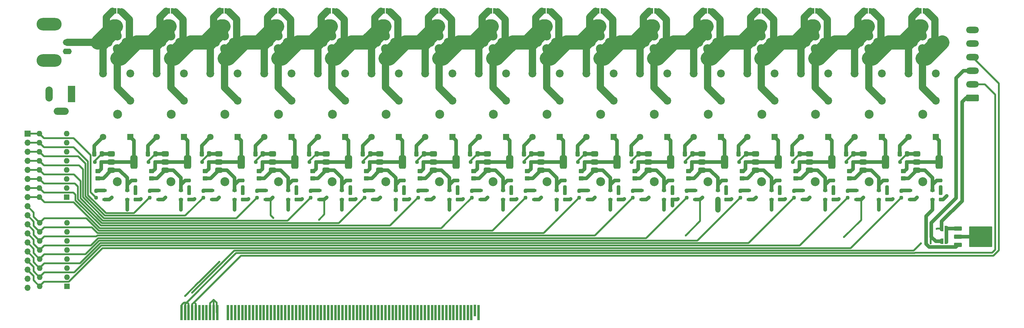
<source format=gbr>
%TF.GenerationSoftware,KiCad,Pcbnew,8.0.0*%
%TF.CreationDate,2025-01-27T00:28:36-06:00*%
%TF.ProjectId,inductor_board,696e6475-6374-46f7-925f-626f6172642e,rev?*%
%TF.SameCoordinates,Original*%
%TF.FileFunction,Copper,L1,Top*%
%TF.FilePolarity,Positive*%
%FSLAX46Y46*%
G04 Gerber Fmt 4.6, Leading zero omitted, Abs format (unit mm)*
G04 Created by KiCad (PCBNEW 8.0.0) date 2025-01-27 00:28:36*
%MOMM*%
%LPD*%
G01*
G04 APERTURE LIST*
G04 Aperture macros list*
%AMRoundRect*
0 Rectangle with rounded corners*
0 $1 Rounding radius*
0 $2 $3 $4 $5 $6 $7 $8 $9 X,Y pos of 4 corners*
0 Add a 4 corners polygon primitive as box body*
4,1,4,$2,$3,$4,$5,$6,$7,$8,$9,$2,$3,0*
0 Add four circle primitives for the rounded corners*
1,1,$1+$1,$2,$3*
1,1,$1+$1,$4,$5*
1,1,$1+$1,$6,$7*
1,1,$1+$1,$8,$9*
0 Add four rect primitives between the rounded corners*
20,1,$1+$1,$2,$3,$4,$5,0*
20,1,$1+$1,$4,$5,$6,$7,0*
20,1,$1+$1,$6,$7,$8,$9,0*
20,1,$1+$1,$8,$9,$2,$3,0*%
%AMFreePoly0*
4,1,19,0.500000,-0.750000,0.000000,-0.750000,0.000000,-0.744911,-0.071157,-0.744911,-0.207708,-0.704816,-0.327430,-0.627875,-0.420627,-0.520320,-0.479746,-0.390866,-0.500000,-0.250000,-0.500000,0.250000,-0.479746,0.390866,-0.420627,0.520320,-0.327430,0.627875,-0.207708,0.704816,-0.071157,0.744911,0.000000,0.744911,0.000000,0.750000,0.500000,0.750000,0.500000,-0.750000,0.500000,-0.750000,
$1*%
%AMFreePoly1*
4,1,19,0.000000,0.744911,0.071157,0.744911,0.207708,0.704816,0.327430,0.627875,0.420627,0.520320,0.479746,0.390866,0.500000,0.250000,0.500000,-0.250000,0.479746,-0.390866,0.420627,-0.520320,0.327430,-0.627875,0.207708,-0.704816,0.071157,-0.744911,0.000000,-0.744911,0.000000,-0.750000,-0.500000,-0.750000,-0.500000,0.750000,0.000000,0.750000,0.000000,0.744911,0.000000,0.744911,
$1*%
G04 Aperture macros list end*
%TA.AperFunction,SMDPad,CuDef*%
%ADD10FreePoly0,0.000000*%
%TD*%
%TA.AperFunction,SMDPad,CuDef*%
%ADD11FreePoly1,0.000000*%
%TD*%
%TA.AperFunction,SMDPad,CuDef*%
%ADD12RoundRect,0.375000X-0.625000X-0.375000X0.625000X-0.375000X0.625000X0.375000X-0.625000X0.375000X0*%
%TD*%
%TA.AperFunction,SMDPad,CuDef*%
%ADD13RoundRect,0.500000X-0.500000X-1.400000X0.500000X-1.400000X0.500000X1.400000X-0.500000X1.400000X0*%
%TD*%
%TA.AperFunction,SMDPad,CuDef*%
%ADD14RoundRect,0.237500X0.237500X-0.250000X0.237500X0.250000X-0.237500X0.250000X-0.237500X-0.250000X0*%
%TD*%
%TA.AperFunction,SMDPad,CuDef*%
%ADD15RoundRect,0.237500X0.237500X-0.287500X0.237500X0.287500X-0.237500X0.287500X-0.237500X-0.287500X0*%
%TD*%
%TA.AperFunction,SMDPad,CuDef*%
%ADD16RoundRect,0.250000X0.450000X-0.350000X0.450000X0.350000X-0.450000X0.350000X-0.450000X-0.350000X0*%
%TD*%
%TA.AperFunction,SMDPad,CuDef*%
%ADD17RoundRect,0.250000X-0.337500X-0.475000X0.337500X-0.475000X0.337500X0.475000X-0.337500X0.475000X0*%
%TD*%
%TA.AperFunction,SMDPad,CuDef*%
%ADD18R,1.200000X0.800000*%
%TD*%
%TA.AperFunction,ComponentPad*%
%ADD19C,2.200000*%
%TD*%
%TA.AperFunction,ComponentPad*%
%ADD20R,1.800000X1.800000*%
%TD*%
%TA.AperFunction,ComponentPad*%
%ADD21C,1.800000*%
%TD*%
%TA.AperFunction,SMDPad,CuDef*%
%ADD22RoundRect,0.237500X-0.237500X0.250000X-0.237500X-0.250000X0.237500X-0.250000X0.237500X0.250000X0*%
%TD*%
%TA.AperFunction,SMDPad,CuDef*%
%ADD23RoundRect,0.237500X-0.250000X-0.237500X0.250000X-0.237500X0.250000X0.237500X-0.250000X0.237500X0*%
%TD*%
%TA.AperFunction,ComponentPad*%
%ADD24C,2.500000*%
%TD*%
%TA.AperFunction,ComponentPad*%
%ADD25RoundRect,0.250000X1.550000X-0.650000X1.550000X0.650000X-1.550000X0.650000X-1.550000X-0.650000X0*%
%TD*%
%TA.AperFunction,ComponentPad*%
%ADD26O,3.600000X1.800000*%
%TD*%
%TA.AperFunction,ComponentPad*%
%ADD27R,1.600000X1.600000*%
%TD*%
%TA.AperFunction,ComponentPad*%
%ADD28O,1.600000X1.600000*%
%TD*%
%TA.AperFunction,ComponentPad*%
%ADD29R,1.700000X1.700000*%
%TD*%
%TA.AperFunction,ComponentPad*%
%ADD30O,1.700000X1.700000*%
%TD*%
%TA.AperFunction,ComponentPad*%
%ADD31R,2.000000X4.600000*%
%TD*%
%TA.AperFunction,ComponentPad*%
%ADD32O,2.000000X4.200000*%
%TD*%
%TA.AperFunction,ComponentPad*%
%ADD33O,4.200000X2.000000*%
%TD*%
%TA.AperFunction,ComponentPad*%
%ADD34O,2.500000X1.600000*%
%TD*%
%TA.AperFunction,ComponentPad*%
%ADD35O,7.000000X3.500000*%
%TD*%
%TA.AperFunction,ConnectorPad*%
%ADD36R,0.700000X4.300000*%
%TD*%
%TA.AperFunction,ConnectorPad*%
%ADD37R,0.700000X3.200000*%
%TD*%
%TA.AperFunction,SMDPad,CuDef*%
%ADD38RoundRect,0.250000X-0.850000X-0.350000X0.850000X-0.350000X0.850000X0.350000X-0.850000X0.350000X0*%
%TD*%
%TA.AperFunction,SMDPad,CuDef*%
%ADD39RoundRect,0.250000X-1.275000X-1.125000X1.275000X-1.125000X1.275000X1.125000X-1.275000X1.125000X0*%
%TD*%
%TA.AperFunction,SMDPad,CuDef*%
%ADD40RoundRect,0.249997X-2.950003X-2.650003X2.950003X-2.650003X2.950003X2.650003X-2.950003X2.650003X0*%
%TD*%
%TA.AperFunction,ViaPad*%
%ADD41C,0.600000*%
%TD*%
%TA.AperFunction,ViaPad*%
%ADD42C,2.500000*%
%TD*%
%TA.AperFunction,Conductor*%
%ADD43C,1.000000*%
%TD*%
%TA.AperFunction,Conductor*%
%ADD44C,0.500000*%
%TD*%
%TA.AperFunction,Conductor*%
%ADD45C,2.000000*%
%TD*%
%TA.AperFunction,Conductor*%
%ADD46C,4.000000*%
%TD*%
%TA.AperFunction,Conductor*%
%ADD47C,1.500000*%
%TD*%
G04 APERTURE END LIST*
D10*
%TO.P,JP17,1,A*%
%TO.N,+24V*%
X468221240Y-221738000D03*
D11*
%TO.P,JP17,2,B*%
%TO.N,Net-(JP17-B)*%
X469521240Y-221738000D03*
%TD*%
D12*
%TO.P,U6,1,ADJ*%
%TO.N,Net-(U6-ADJ)*%
X266238740Y-200787000D03*
%TO.P,U6,2,VO*%
%TO.N,Net-(U6-VO)*%
X266238740Y-203087000D03*
D13*
X272538740Y-203087000D03*
D12*
%TO.P,U6,3,VI*%
%TO.N,Net-(U6-VI)*%
X266238740Y-205387000D03*
%TD*%
D14*
%TO.P,R41,1*%
%TO.N,O8*%
X351948240Y-213082000D03*
%TO.P,R41,2*%
%TO.N,Net-(R41-Pad2)*%
X351948240Y-211257000D03*
%TD*%
D10*
%TO.P,JP14,1,A*%
%TO.N,Net-(JP13-B)*%
X432121240Y-160725500D03*
D11*
%TO.P,JP14,2,B*%
%TO.N,Net-(JP14-B)*%
X433421240Y-160725500D03*
%TD*%
D15*
%TO.P,D12,1,K*%
%TO.N,GND*%
X407976740Y-213600000D03*
%TO.P,D12,2,A*%
%TO.N,Net-(D12-A)*%
X407976740Y-211850000D03*
%TD*%
D16*
%TO.P,R2,1*%
%TO.N,Net-(U4-VI)*%
X247490740Y-207643000D03*
%TO.P,R2,2*%
%TO.N,Net-(U4-VO)*%
X247490740Y-205643000D03*
%TD*%
D17*
%TO.P,C9,1*%
%TO.N,GND*%
X351493240Y-200801000D03*
%TO.P,C9,2*%
%TO.N,Net-(U18-ADJ)*%
X353568240Y-200801000D03*
%TD*%
D18*
%TO.P,U5,1*%
%TO.N,Net-(R35-Pad2)*%
X264373740Y-211088000D03*
%TO.P,U5,3*%
%TO.N,GND*%
X264373740Y-213628000D03*
%TO.P,U5,4*%
%TO.N,+5V*%
X270673740Y-213628000D03*
%TO.P,U5,6*%
%TO.N,Net-(U6-VI)*%
X270673740Y-211088000D03*
%TD*%
D12*
%TO.P,U14,1,ADJ*%
%TO.N,Net-(U14-ADJ)*%
X326238740Y-200787000D03*
%TO.P,U14,2,VO*%
%TO.N,Net-(U14-VO)*%
X326238740Y-203087000D03*
D13*
X332538740Y-203087000D03*
D12*
%TO.P,U14,3,VI*%
%TO.N,Net-(U14-VI)*%
X326238740Y-205387000D03*
%TD*%
D18*
%TO.P,U17,1*%
%TO.N,Net-(R41-Pad2)*%
X354373740Y-211088000D03*
%TO.P,U17,3*%
%TO.N,GND*%
X354373740Y-213628000D03*
%TO.P,U17,4*%
%TO.N,+5V*%
X360673740Y-213628000D03*
%TO.P,U17,6*%
%TO.N,Net-(U18-VI)*%
X360673740Y-211088000D03*
%TD*%
D19*
%TO.P,K5,11*%
%TO.N,Net-(JP5-B)*%
X301547740Y-185942000D03*
%TO.P,K5,12*%
%TO.N,Net-(JP4-B)*%
X293927740Y-178322000D03*
%TO.P,K5,14*%
%TO.N,unconnected-(K5-Pad14)*%
X301547740Y-178322000D03*
D20*
%TO.P,K5,A1*%
%TO.N,Net-(U10-VO)*%
X301547740Y-196102000D03*
D21*
%TO.P,K5,A2*%
%TO.N,GND*%
X293927740Y-196102000D03*
%TD*%
D22*
%TO.P,R50,1*%
%TO.N,Net-(U4-VI)*%
X257976740Y-208270500D03*
%TO.P,R50,2*%
%TO.N,Net-(D2-A)*%
X257976740Y-210095500D03*
%TD*%
D23*
%TO.P,R23,1*%
%TO.N,Net-(U14-ADJ)*%
X321618240Y-203087000D03*
%TO.P,R23,2*%
%TO.N,Net-(U14-VO)*%
X323443240Y-203087000D03*
%TD*%
D14*
%TO.P,R47,1*%
%TO.N,O14*%
X441948240Y-213082000D03*
%TO.P,R47,2*%
%TO.N,Net-(R47-Pad2)*%
X441948240Y-211257000D03*
%TD*%
D16*
%TO.P,R10,1*%
%TO.N,Net-(U20-VI)*%
X367490740Y-207643000D03*
%TO.P,R10,2*%
%TO.N,Net-(U20-VO)*%
X367490740Y-205643000D03*
%TD*%
D22*
%TO.P,R59,1*%
%TO.N,Net-(U22-VI)*%
X392976740Y-208270500D03*
%TO.P,R59,2*%
%TO.N,Net-(D11-A)*%
X392976740Y-210095500D03*
%TD*%
D16*
%TO.P,R1,1*%
%TO.N,Net-(U2-VI)*%
X232490740Y-207643000D03*
%TO.P,R1,2*%
%TO.N,Net-(U2-VO)*%
X232490740Y-205643000D03*
%TD*%
%TO.P,R16,1*%
%TO.N,Net-(U32-VI)*%
X457490740Y-207643000D03*
%TO.P,R16,2*%
%TO.N,Net-(U32-VO)*%
X457490740Y-205643000D03*
%TD*%
%TO.P,R4,1*%
%TO.N,Net-(U8-VI)*%
X277490740Y-207643000D03*
%TO.P,R4,2*%
%TO.N,Net-(U8-VO)*%
X277490740Y-205643000D03*
%TD*%
D19*
%TO.P,K3,11*%
%TO.N,Net-(JP3-B)*%
X271547740Y-185942000D03*
%TO.P,K3,12*%
%TO.N,Net-(JP2-B)*%
X263927740Y-178322000D03*
%TO.P,K3,14*%
%TO.N,unconnected-(K3-Pad14)*%
X271547740Y-178322000D03*
D20*
%TO.P,K3,A1*%
%TO.N,Net-(U6-VO)*%
X271547740Y-196102000D03*
D21*
%TO.P,K3,A2*%
%TO.N,GND*%
X263927740Y-196102000D03*
%TD*%
D24*
%TO.P,L1,1,1*%
%TO.N,Input*%
X232357740Y-169559000D03*
X234857740Y-166559000D03*
X235357740Y-169559000D03*
X237857740Y-165059000D03*
X237857740Y-167809000D03*
%TO.P,L1,2,2*%
%TO.N,Net-(JP1-B)*%
X237857740Y-171309000D03*
X237857740Y-174059000D03*
X240357740Y-169559000D03*
X240857740Y-172559000D03*
X243357740Y-169559000D03*
%TD*%
D25*
%TO.P,J4,1,Pin_1*%
%TO.N,+24V*%
X476796240Y-185125500D03*
D26*
%TO.P,J4,2,Pin_2*%
%TO.N,-24V*%
X476796240Y-181315500D03*
%TO.P,J4,3,Pin_3*%
%TO.N,+12V*%
X476796240Y-177505500D03*
%TO.P,J4,4,Pin_4*%
%TO.N,-12V*%
X476796240Y-173695500D03*
%TO.P,J4,5,Pin_5*%
%TO.N,+5V*%
X476796240Y-169885500D03*
%TO.P,J4,6,Pin_6*%
%TO.N,GND*%
X476796240Y-166075500D03*
%TD*%
D22*
%TO.P,R55,1*%
%TO.N,Net-(U14-VI)*%
X332976740Y-208270500D03*
%TO.P,R55,2*%
%TO.N,Net-(D7-A)*%
X332976740Y-210095500D03*
%TD*%
D23*
%TO.P,R26,1*%
%TO.N,Net-(U20-ADJ)*%
X366618240Y-203087000D03*
%TO.P,R26,2*%
%TO.N,Net-(U20-VO)*%
X368443240Y-203087000D03*
%TD*%
D14*
%TO.P,R40,1*%
%TO.N,O7*%
X336948240Y-213082000D03*
%TO.P,R40,2*%
%TO.N,Net-(R40-Pad2)*%
X336948240Y-211257000D03*
%TD*%
D18*
%TO.P,U19,1*%
%TO.N,Net-(R42-Pad2)*%
X369373740Y-211088000D03*
%TO.P,U19,3*%
%TO.N,GND*%
X369373740Y-213628000D03*
%TO.P,U19,4*%
%TO.N,+5V*%
X375673740Y-213628000D03*
%TO.P,U19,6*%
%TO.N,Net-(U20-VI)*%
X375673740Y-211088000D03*
%TD*%
D14*
%TO.P,R37,1*%
%TO.N,O4*%
X291948240Y-213082000D03*
%TO.P,R37,2*%
%TO.N,Net-(R37-Pad2)*%
X291948240Y-211257000D03*
%TD*%
D18*
%TO.P,U11,1*%
%TO.N,Net-(R38-Pad2)*%
X309373740Y-211088000D03*
%TO.P,U11,3*%
%TO.N,GND*%
X309373740Y-213628000D03*
%TO.P,U11,4*%
%TO.N,+5V*%
X315673740Y-213628000D03*
%TO.P,U11,6*%
%TO.N,Net-(U12-VI)*%
X315673740Y-211088000D03*
%TD*%
D15*
%TO.P,D2,1,K*%
%TO.N,GND*%
X257976740Y-213600000D03*
%TO.P,D2,2,A*%
%TO.N,Net-(D2-A)*%
X257976740Y-211850000D03*
%TD*%
D10*
%TO.P,JP7,1,A*%
%TO.N,Net-(JP6-B)*%
X327121240Y-160725500D03*
D11*
%TO.P,JP7,2,B*%
%TO.N,Net-(JP7-B)*%
X328421240Y-160725500D03*
%TD*%
D10*
%TO.P,JP6,1,A*%
%TO.N,Net-(JP5-B)*%
X312121240Y-160725500D03*
D11*
%TO.P,JP6,2,B*%
%TO.N,Net-(JP6-B)*%
X313421240Y-160725500D03*
%TD*%
D10*
%TO.P,JP1,1,A*%
%TO.N,Input*%
X237121240Y-160725500D03*
D11*
%TO.P,JP1,2,B*%
%TO.N,Net-(JP1-B)*%
X238421240Y-160725500D03*
%TD*%
D22*
%TO.P,R56,1*%
%TO.N,Net-(U16-VI)*%
X347976740Y-208270500D03*
%TO.P,R56,2*%
%TO.N,Net-(D8-A)*%
X347976740Y-210095500D03*
%TD*%
D15*
%TO.P,D6,1,K*%
%TO.N,GND*%
X317976740Y-213600000D03*
%TO.P,D6,2,A*%
%TO.N,Net-(D6-A)*%
X317976740Y-211850000D03*
%TD*%
D17*
%TO.P,C16,1*%
%TO.N,GND*%
X456493240Y-200801000D03*
%TO.P,C16,2*%
%TO.N,Net-(U32-ADJ)*%
X458568240Y-200801000D03*
%TD*%
D10*
%TO.P,JP8,1,A*%
%TO.N,Net-(JP7-B)*%
X342121240Y-160725500D03*
D11*
%TO.P,JP8,2,B*%
%TO.N,Net-(JP8-B)*%
X343421240Y-160725500D03*
%TD*%
D19*
%TO.P,K11,11*%
%TO.N,Net-(JP11-B)*%
X391547740Y-185942000D03*
%TO.P,K11,12*%
%TO.N,Net-(JP10-B)*%
X383927740Y-178322000D03*
%TO.P,K11,14*%
%TO.N,unconnected-(K11-Pad14)*%
X391547740Y-178322000D03*
D20*
%TO.P,K11,A1*%
%TO.N,Net-(U22-VO)*%
X391547740Y-196102000D03*
D21*
%TO.P,K11,A2*%
%TO.N,GND*%
X383927740Y-196102000D03*
%TD*%
D23*
%TO.P,R24,1*%
%TO.N,Net-(U16-ADJ)*%
X336618240Y-203087000D03*
%TO.P,R24,2*%
%TO.N,Net-(U16-VO)*%
X338443240Y-203087000D03*
%TD*%
D14*
%TO.P,R45,1*%
%TO.N,O12*%
X411948240Y-213082000D03*
%TO.P,R45,2*%
%TO.N,Net-(R45-Pad2)*%
X411948240Y-211257000D03*
%TD*%
D22*
%TO.P,R52,1*%
%TO.N,Net-(U8-VI)*%
X287976740Y-208270500D03*
%TO.P,R52,2*%
%TO.N,Net-(D4-A)*%
X287976740Y-210095500D03*
%TD*%
D19*
%TO.P,K8,11*%
%TO.N,Net-(JP8-B)*%
X346547740Y-185942000D03*
%TO.P,K8,12*%
%TO.N,Net-(JP7-B)*%
X338927740Y-178322000D03*
%TO.P,K8,14*%
%TO.N,unconnected-(K8-Pad14)*%
X346547740Y-178322000D03*
D20*
%TO.P,K8,A1*%
%TO.N,Net-(U16-VO)*%
X346547740Y-196102000D03*
D21*
%TO.P,K8,A2*%
%TO.N,GND*%
X338927740Y-196102000D03*
%TD*%
D16*
%TO.P,R5,1*%
%TO.N,Net-(U10-VI)*%
X292490740Y-207643000D03*
%TO.P,R5,2*%
%TO.N,Net-(U10-VO)*%
X292490740Y-205643000D03*
%TD*%
D24*
%TO.P,L4,1,1*%
%TO.N,Net-(JP3-B)*%
X277357740Y-169559000D03*
X279857740Y-166559000D03*
X280357740Y-169559000D03*
X282857740Y-165059000D03*
X282857740Y-167809000D03*
%TO.P,L4,2,2*%
%TO.N,Net-(JP4-B)*%
X282857740Y-171309000D03*
X282857740Y-174059000D03*
X285357740Y-169559000D03*
X285857740Y-172559000D03*
X288357740Y-169559000D03*
%TD*%
D19*
%TO.P,K1,11*%
%TO.N,Net-(JP1-B)*%
X241547740Y-185942000D03*
%TO.P,K1,12*%
%TO.N,Input*%
X233927740Y-178322000D03*
%TO.P,K1,14*%
%TO.N,unconnected-(K1-Pad14)*%
X241547740Y-178322000D03*
D20*
%TO.P,K1,A1*%
%TO.N,Net-(U2-VO)*%
X241547740Y-196102000D03*
D21*
%TO.P,K1,A2*%
%TO.N,GND*%
X233927740Y-196102000D03*
%TD*%
D14*
%TO.P,R44,1*%
%TO.N,O11*%
X396948240Y-213082000D03*
%TO.P,R44,2*%
%TO.N,Net-(R44-Pad2)*%
X396948240Y-211257000D03*
%TD*%
D16*
%TO.P,R15,1*%
%TO.N,Net-(U30-VI)*%
X442490740Y-207643000D03*
%TO.P,R15,2*%
%TO.N,Net-(U30-VO)*%
X442490740Y-205643000D03*
%TD*%
D18*
%TO.P,U21,1*%
%TO.N,Net-(R43-Pad2)*%
X384373740Y-211088000D03*
%TO.P,U21,3*%
%TO.N,GND*%
X384373740Y-213628000D03*
%TO.P,U21,4*%
%TO.N,+5V*%
X390673740Y-213628000D03*
%TO.P,U21,6*%
%TO.N,Net-(U22-VI)*%
X390673740Y-211088000D03*
%TD*%
D12*
%TO.P,U8,1,ADJ*%
%TO.N,Net-(U8-ADJ)*%
X281238740Y-200787000D03*
%TO.P,U8,2,VO*%
%TO.N,Net-(U8-VO)*%
X281238740Y-203087000D03*
D13*
X287538740Y-203087000D03*
D12*
%TO.P,U8,3,VI*%
%TO.N,Net-(U8-VI)*%
X281238740Y-205387000D03*
%TD*%
D16*
%TO.P,R13,1*%
%TO.N,Net-(U26-VI)*%
X412490740Y-207643000D03*
%TO.P,R13,2*%
%TO.N,Net-(U26-VO)*%
X412490740Y-205643000D03*
%TD*%
D23*
%TO.P,R25,1*%
%TO.N,Net-(U18-ADJ)*%
X351618240Y-203087000D03*
%TO.P,R25,2*%
%TO.N,Net-(U18-VO)*%
X353443240Y-203087000D03*
%TD*%
D10*
%TO.P,JP3,1,A*%
%TO.N,Net-(JP2-B)*%
X267121240Y-160725500D03*
D11*
%TO.P,JP3,2,B*%
%TO.N,Net-(JP3-B)*%
X268421240Y-160725500D03*
%TD*%
D10*
%TO.P,JP12,1,A*%
%TO.N,Net-(JP11-B)*%
X402121240Y-160725500D03*
D11*
%TO.P,JP12,2,B*%
%TO.N,Net-(JP12-B)*%
X403421240Y-160725500D03*
%TD*%
D12*
%TO.P,U20,1,ADJ*%
%TO.N,Net-(U20-ADJ)*%
X371238740Y-200787000D03*
%TO.P,U20,2,VO*%
%TO.N,Net-(U20-VO)*%
X371238740Y-203087000D03*
D13*
X377538740Y-203087000D03*
D12*
%TO.P,U20,3,VI*%
%TO.N,Net-(U20-VI)*%
X371238740Y-205387000D03*
%TD*%
%TO.P,U30,1,ADJ*%
%TO.N,Net-(U30-ADJ)*%
X446238740Y-200787000D03*
%TO.P,U30,2,VO*%
%TO.N,Net-(U30-VO)*%
X446238740Y-203087000D03*
D13*
X452538740Y-203087000D03*
D12*
%TO.P,U30,3,VI*%
%TO.N,Net-(U30-VI)*%
X446238740Y-205387000D03*
%TD*%
D24*
%TO.P,L16,1,1*%
%TO.N,Net-(JP15-B)*%
X457357740Y-169559000D03*
X459857740Y-166559000D03*
X460357740Y-169559000D03*
X462857740Y-165059000D03*
X462857740Y-167809000D03*
%TO.P,L16,2,2*%
%TO.N,Output*%
X462857740Y-171309000D03*
X462857740Y-174059000D03*
X465357740Y-169559000D03*
X465857740Y-172559000D03*
X468357740Y-169559000D03*
%TD*%
D27*
%TO.P,SW2,1*%
%TO.N,+5V*%
X223796240Y-212940500D03*
D28*
%TO.P,SW2,2*%
X223796240Y-210400500D03*
%TO.P,SW2,3*%
X223796240Y-207860500D03*
%TO.P,SW2,4*%
X223796240Y-205320500D03*
%TO.P,SW2,5*%
X223796240Y-202780500D03*
%TO.P,SW2,6*%
X223796240Y-200240500D03*
%TO.P,SW2,7*%
X223796240Y-197700500D03*
%TO.P,SW2,8*%
X223796240Y-195160500D03*
%TO.P,SW2,9*%
%TO.N,O0*%
X216176240Y-195160500D03*
%TO.P,SW2,10*%
%TO.N,O1*%
X216176240Y-197700500D03*
%TO.P,SW2,11*%
%TO.N,O2*%
X216176240Y-200240500D03*
%TO.P,SW2,12*%
%TO.N,O3*%
X216176240Y-202780500D03*
%TO.P,SW2,13*%
%TO.N,O4*%
X216176240Y-205320500D03*
%TO.P,SW2,14*%
%TO.N,O5*%
X216176240Y-207860500D03*
%TO.P,SW2,15*%
%TO.N,O6*%
X216176240Y-210400500D03*
%TO.P,SW2,16*%
%TO.N,O7*%
X216176240Y-212940500D03*
%TD*%
D18*
%TO.P,U29,1*%
%TO.N,Net-(R47-Pad2)*%
X444373740Y-211088000D03*
%TO.P,U29,3*%
%TO.N,GND*%
X444373740Y-213628000D03*
%TO.P,U29,4*%
%TO.N,+5V*%
X450673740Y-213628000D03*
%TO.P,U29,6*%
%TO.N,Net-(U30-VI)*%
X450673740Y-211088000D03*
%TD*%
D16*
%TO.P,R12,1*%
%TO.N,Net-(U24-VI)*%
X397490740Y-207643000D03*
%TO.P,R12,2*%
%TO.N,Net-(U24-VO)*%
X397490740Y-205643000D03*
%TD*%
D18*
%TO.P,U9,1*%
%TO.N,Net-(R37-Pad2)*%
X294373740Y-211088000D03*
%TO.P,U9,3*%
%TO.N,GND*%
X294373740Y-213628000D03*
%TO.P,U9,4*%
%TO.N,+5V*%
X300673740Y-213628000D03*
%TO.P,U9,6*%
%TO.N,Net-(U10-VI)*%
X300673740Y-211088000D03*
%TD*%
D23*
%TO.P,R21,1*%
%TO.N,Net-(U10-ADJ)*%
X291618240Y-203087000D03*
%TO.P,R21,2*%
%TO.N,Net-(U10-VO)*%
X293443240Y-203087000D03*
%TD*%
D17*
%TO.P,C11,1*%
%TO.N,GND*%
X381493240Y-200801000D03*
%TO.P,C11,2*%
%TO.N,Net-(U22-ADJ)*%
X383568240Y-200801000D03*
%TD*%
D22*
%TO.P,R63,1*%
%TO.N,Net-(U30-VI)*%
X452976740Y-208270500D03*
%TO.P,R63,2*%
%TO.N,Net-(D15-A)*%
X452976740Y-210095500D03*
%TD*%
D15*
%TO.P,D5,1,K*%
%TO.N,GND*%
X302976740Y-213600000D03*
%TO.P,D5,2,A*%
%TO.N,Net-(D5-A)*%
X302976740Y-211850000D03*
%TD*%
D19*
%TO.P,K2,11*%
%TO.N,Net-(JP2-B)*%
X256547740Y-185942000D03*
%TO.P,K2,12*%
%TO.N,Net-(JP1-B)*%
X248927740Y-178322000D03*
%TO.P,K2,14*%
%TO.N,unconnected-(K2-Pad14)*%
X256547740Y-178322000D03*
D20*
%TO.P,K2,A1*%
%TO.N,Net-(U4-VO)*%
X256547740Y-196102000D03*
D21*
%TO.P,K2,A2*%
%TO.N,GND*%
X248927740Y-196102000D03*
%TD*%
D19*
%TO.P,K14,11*%
%TO.N,Net-(JP14-B)*%
X436547740Y-185942000D03*
%TO.P,K14,12*%
%TO.N,Net-(JP13-B)*%
X428927740Y-178322000D03*
%TO.P,K14,14*%
%TO.N,unconnected-(K14-Pad14)*%
X436547740Y-178322000D03*
D20*
%TO.P,K14,A1*%
%TO.N,Net-(U28-VO)*%
X436547740Y-196102000D03*
D21*
%TO.P,K14,A2*%
%TO.N,GND*%
X428927740Y-196102000D03*
%TD*%
D10*
%TO.P,JP18,1,A*%
%TO.N,+12V*%
X468221240Y-225288000D03*
D11*
%TO.P,JP18,2,B*%
%TO.N,Net-(JP17-B)*%
X469521240Y-225288000D03*
%TD*%
D12*
%TO.P,U2,1,ADJ*%
%TO.N,Net-(U2-ADJ)*%
X236238740Y-200787000D03*
%TO.P,U2,2,VO*%
%TO.N,Net-(U2-VO)*%
X236238740Y-203087000D03*
D13*
X242538740Y-203087000D03*
D12*
%TO.P,U2,3,VI*%
%TO.N,Net-(U2-VI)*%
X236238740Y-205387000D03*
%TD*%
D19*
%TO.P,K15,11*%
%TO.N,Net-(JP15-B)*%
X451547740Y-185942000D03*
%TO.P,K15,12*%
%TO.N,Net-(JP14-B)*%
X443927740Y-178322000D03*
%TO.P,K15,14*%
%TO.N,unconnected-(K15-Pad14)*%
X451547740Y-178322000D03*
D20*
%TO.P,K15,A1*%
%TO.N,Net-(U30-VO)*%
X451547740Y-196102000D03*
D21*
%TO.P,K15,A2*%
%TO.N,GND*%
X443927740Y-196102000D03*
%TD*%
D14*
%TO.P,R43,1*%
%TO.N,O10*%
X381948240Y-213082000D03*
%TO.P,R43,2*%
%TO.N,Net-(R43-Pad2)*%
X381948240Y-211257000D03*
%TD*%
D15*
%TO.P,D15,1,K*%
%TO.N,GND*%
X452976740Y-213600000D03*
%TO.P,D15,2,A*%
%TO.N,Net-(D15-A)*%
X452976740Y-211850000D03*
%TD*%
%TO.P,D3,1,K*%
%TO.N,GND*%
X272976740Y-213600000D03*
%TO.P,D3,2,A*%
%TO.N,Net-(D3-A)*%
X272976740Y-211850000D03*
%TD*%
D18*
%TO.P,U13,1*%
%TO.N,Net-(R39-Pad2)*%
X324373740Y-211088000D03*
%TO.P,U13,3*%
%TO.N,GND*%
X324373740Y-213628000D03*
%TO.P,U13,4*%
%TO.N,+5V*%
X330673740Y-213628000D03*
%TO.P,U13,6*%
%TO.N,Net-(U14-VI)*%
X330673740Y-211088000D03*
%TD*%
D16*
%TO.P,R9,1*%
%TO.N,Net-(U18-VI)*%
X352490740Y-207643000D03*
%TO.P,R9,2*%
%TO.N,Net-(U18-VO)*%
X352490740Y-205643000D03*
%TD*%
D15*
%TO.P,D16,1,K*%
%TO.N,GND*%
X467976740Y-213600000D03*
%TO.P,D16,2,A*%
%TO.N,Net-(D16-A)*%
X467976740Y-211850000D03*
%TD*%
D10*
%TO.P,JP16,1,A*%
%TO.N,Net-(JP15-B)*%
X462121240Y-160725500D03*
D11*
%TO.P,JP16,2,B*%
%TO.N,Output*%
X463421240Y-160725500D03*
%TD*%
D10*
%TO.P,JP9,1,A*%
%TO.N,Net-(JP8-B)*%
X357121240Y-160725500D03*
D11*
%TO.P,JP9,2,B*%
%TO.N,Net-(JP10-A)*%
X358421240Y-160725500D03*
%TD*%
D19*
%TO.P,K16,11*%
%TO.N,Output*%
X466547740Y-185942000D03*
%TO.P,K16,12*%
%TO.N,Net-(JP15-B)*%
X458927740Y-178322000D03*
%TO.P,K16,14*%
%TO.N,unconnected-(K16-Pad14)*%
X466547740Y-178322000D03*
D20*
%TO.P,K16,A1*%
%TO.N,Net-(U32-VO)*%
X466547740Y-196102000D03*
D21*
%TO.P,K16,A2*%
%TO.N,GND*%
X458927740Y-196102000D03*
%TD*%
D24*
%TO.P,L5,1,1*%
%TO.N,Net-(JP4-B)*%
X292357740Y-169559000D03*
X294857740Y-166559000D03*
X295357740Y-169559000D03*
X297857740Y-165059000D03*
X297857740Y-167809000D03*
%TO.P,L5,2,2*%
%TO.N,Net-(JP5-B)*%
X297857740Y-171309000D03*
X297857740Y-174059000D03*
X300357740Y-169559000D03*
X300857740Y-172559000D03*
X303357740Y-169559000D03*
%TD*%
D19*
%TO.P,K12,11*%
%TO.N,Net-(JP12-B)*%
X406547740Y-185942000D03*
%TO.P,K12,12*%
%TO.N,Net-(JP11-B)*%
X398927740Y-178322000D03*
%TO.P,K12,14*%
%TO.N,unconnected-(K12-Pad14)*%
X406547740Y-178322000D03*
D20*
%TO.P,K12,A1*%
%TO.N,Net-(U24-VO)*%
X406547740Y-196102000D03*
D21*
%TO.P,K12,A2*%
%TO.N,GND*%
X398927740Y-196102000D03*
%TD*%
D17*
%TO.P,C1,1*%
%TO.N,GND*%
X231493240Y-200801000D03*
%TO.P,C1,2*%
%TO.N,Net-(U2-ADJ)*%
X233568240Y-200801000D03*
%TD*%
D24*
%TO.P,L12,1,1*%
%TO.N,Net-(JP11-B)*%
X397357740Y-169559000D03*
X399857740Y-166559000D03*
X400357740Y-169559000D03*
X402857740Y-165059000D03*
X402857740Y-167809000D03*
%TO.P,L12,2,2*%
%TO.N,Net-(JP12-B)*%
X402857740Y-171309000D03*
X402857740Y-174059000D03*
X405357740Y-169559000D03*
X405857740Y-172559000D03*
X408357740Y-169559000D03*
%TD*%
D10*
%TO.P,JP5,1,A*%
%TO.N,Net-(JP4-B)*%
X297121240Y-160725500D03*
D11*
%TO.P,JP5,2,B*%
%TO.N,Net-(JP5-B)*%
X298421240Y-160725500D03*
%TD*%
D17*
%TO.P,C3,1*%
%TO.N,GND*%
X261493240Y-200801000D03*
%TO.P,C3,2*%
%TO.N,Net-(U6-ADJ)*%
X263568240Y-200801000D03*
%TD*%
%TO.P,C7,1*%
%TO.N,GND*%
X321493240Y-200801000D03*
%TO.P,C7,2*%
%TO.N,Net-(U14-ADJ)*%
X323568240Y-200801000D03*
%TD*%
D23*
%TO.P,R29,1*%
%TO.N,Net-(U26-ADJ)*%
X411618240Y-203087000D03*
%TO.P,R29,2*%
%TO.N,Net-(U26-VO)*%
X413443240Y-203087000D03*
%TD*%
D19*
%TO.P,K4,11*%
%TO.N,Net-(JP4-B)*%
X286547740Y-185942000D03*
%TO.P,K4,12*%
%TO.N,Net-(JP3-B)*%
X278927740Y-178322000D03*
%TO.P,K4,14*%
%TO.N,unconnected-(K4-Pad14)*%
X286547740Y-178322000D03*
D20*
%TO.P,K4,A1*%
%TO.N,Net-(U8-VO)*%
X286547740Y-196102000D03*
D21*
%TO.P,K4,A2*%
%TO.N,GND*%
X278927740Y-196102000D03*
%TD*%
D23*
%TO.P,R19,1*%
%TO.N,Net-(U6-ADJ)*%
X261618240Y-203087000D03*
%TO.P,R19,2*%
%TO.N,Net-(U6-VO)*%
X263443240Y-203087000D03*
%TD*%
D22*
%TO.P,R57,1*%
%TO.N,Net-(U18-VI)*%
X362976740Y-208270500D03*
%TO.P,R57,2*%
%TO.N,Net-(D9-A)*%
X362976740Y-210095500D03*
%TD*%
D17*
%TO.P,C5,1*%
%TO.N,GND*%
X291493240Y-200801000D03*
%TO.P,C5,2*%
%TO.N,Net-(U10-ADJ)*%
X293568240Y-200801000D03*
%TD*%
D23*
%TO.P,R31,1*%
%TO.N,Net-(U30-ADJ)*%
X441618240Y-203087000D03*
%TO.P,R31,2*%
%TO.N,Net-(U30-VO)*%
X443443240Y-203087000D03*
%TD*%
D19*
%TO.P,K10,11*%
%TO.N,Net-(JP10-B)*%
X376547740Y-185942000D03*
%TO.P,K10,12*%
%TO.N,Net-(JP10-A)*%
X368927740Y-178322000D03*
%TO.P,K10,14*%
%TO.N,unconnected-(K10-Pad14)*%
X376547740Y-178322000D03*
D20*
%TO.P,K10,A1*%
%TO.N,Net-(U20-VO)*%
X376547740Y-196102000D03*
D21*
%TO.P,K10,A2*%
%TO.N,GND*%
X368927740Y-196102000D03*
%TD*%
D22*
%TO.P,R53,1*%
%TO.N,Net-(U10-VI)*%
X302976740Y-208270500D03*
%TO.P,R53,2*%
%TO.N,Net-(D5-A)*%
X302976740Y-210095500D03*
%TD*%
D17*
%TO.P,C12,1*%
%TO.N,GND*%
X396493240Y-200801000D03*
%TO.P,C12,2*%
%TO.N,Net-(U24-ADJ)*%
X398568240Y-200801000D03*
%TD*%
D12*
%TO.P,U32,1,ADJ*%
%TO.N,Net-(U32-ADJ)*%
X461238740Y-200787000D03*
%TO.P,U32,2,VO*%
%TO.N,Net-(U32-VO)*%
X461238740Y-203087000D03*
D13*
X467538740Y-203087000D03*
D12*
%TO.P,U32,3,VI*%
%TO.N,Net-(U32-VI)*%
X461238740Y-205387000D03*
%TD*%
D10*
%TO.P,JP2,1,A*%
%TO.N,Net-(JP1-B)*%
X252121240Y-160725500D03*
D11*
%TO.P,JP2,2,B*%
%TO.N,Net-(JP2-B)*%
X253421240Y-160725500D03*
%TD*%
D15*
%TO.P,D7,1,K*%
%TO.N,GND*%
X332976740Y-213600000D03*
%TO.P,D7,2,A*%
%TO.N,Net-(D7-A)*%
X332976740Y-211850000D03*
%TD*%
D12*
%TO.P,U28,1,ADJ*%
%TO.N,Net-(U28-ADJ)*%
X431238740Y-200787000D03*
%TO.P,U28,2,VO*%
%TO.N,Net-(U28-VO)*%
X431238740Y-203087000D03*
D13*
X437538740Y-203087000D03*
D12*
%TO.P,U28,3,VI*%
%TO.N,Net-(U28-VI)*%
X431238740Y-205387000D03*
%TD*%
D14*
%TO.P,R33,1*%
%TO.N,O0*%
X231948240Y-213082000D03*
%TO.P,R33,2*%
%TO.N,Net-(R33-Pad2)*%
X231948240Y-211257000D03*
%TD*%
D22*
%TO.P,R51,1*%
%TO.N,Net-(U6-VI)*%
X272976740Y-208270500D03*
%TO.P,R51,2*%
%TO.N,Net-(D3-A)*%
X272976740Y-210095500D03*
%TD*%
D18*
%TO.P,U27,1*%
%TO.N,Net-(R46-Pad2)*%
X429373740Y-211088000D03*
%TO.P,U27,3*%
%TO.N,GND*%
X429373740Y-213628000D03*
%TO.P,U27,4*%
%TO.N,+5V*%
X435673740Y-213628000D03*
%TO.P,U27,6*%
%TO.N,Net-(U28-VI)*%
X435673740Y-211088000D03*
%TD*%
D22*
%TO.P,R60,1*%
%TO.N,Net-(U24-VI)*%
X407976740Y-208270500D03*
%TO.P,R60,2*%
%TO.N,Net-(D12-A)*%
X407976740Y-210095500D03*
%TD*%
D16*
%TO.P,R3,1*%
%TO.N,Net-(U6-VI)*%
X262490740Y-207643000D03*
%TO.P,R3,2*%
%TO.N,Net-(U6-VO)*%
X262490740Y-205643000D03*
%TD*%
D15*
%TO.P,D14,1,K*%
%TO.N,GND*%
X437976740Y-213600000D03*
%TO.P,D14,2,A*%
%TO.N,Net-(D14-A)*%
X437976740Y-211850000D03*
%TD*%
D17*
%TO.P,C6,1*%
%TO.N,GND*%
X306493240Y-200801000D03*
%TO.P,C6,2*%
%TO.N,Net-(U12-ADJ)*%
X308568240Y-200801000D03*
%TD*%
D24*
%TO.P,L7,1,1*%
%TO.N,Net-(JP6-B)*%
X322357740Y-169559000D03*
X324857740Y-166559000D03*
X325357740Y-169559000D03*
X327857740Y-165059000D03*
X327857740Y-167809000D03*
%TO.P,L7,2,2*%
%TO.N,Net-(JP7-B)*%
X327857740Y-171309000D03*
X327857740Y-174059000D03*
X330357740Y-169559000D03*
X330857740Y-172559000D03*
X333357740Y-169559000D03*
%TD*%
D27*
%TO.P,SW1,1*%
%TO.N,+5V*%
X223836240Y-237855500D03*
D28*
%TO.P,SW1,2*%
X223836240Y-235315500D03*
%TO.P,SW1,3*%
X223836240Y-232775500D03*
%TO.P,SW1,4*%
X223836240Y-230235500D03*
%TO.P,SW1,5*%
X223836240Y-227695500D03*
%TO.P,SW1,6*%
X223836240Y-225155500D03*
%TO.P,SW1,7*%
X223836240Y-222615500D03*
%TO.P,SW1,8*%
X223836240Y-220075500D03*
%TO.P,SW1,9*%
%TO.N,O8*%
X216216240Y-220075500D03*
%TO.P,SW1,10*%
%TO.N,O9*%
X216216240Y-222615500D03*
%TO.P,SW1,11*%
%TO.N,O10*%
X216216240Y-225155500D03*
%TO.P,SW1,12*%
%TO.N,O11*%
X216216240Y-227695500D03*
%TO.P,SW1,13*%
%TO.N,O12*%
X216216240Y-230235500D03*
%TO.P,SW1,14*%
%TO.N,O13*%
X216216240Y-232775500D03*
%TO.P,SW1,15*%
%TO.N,O14*%
X216216240Y-235315500D03*
%TO.P,SW1,16*%
%TO.N,O15*%
X216216240Y-237855500D03*
%TD*%
D10*
%TO.P,JP4,1,A*%
%TO.N,Net-(JP3-B)*%
X282121240Y-160725500D03*
D11*
%TO.P,JP4,2,B*%
%TO.N,Net-(JP4-B)*%
X283421240Y-160725500D03*
%TD*%
D17*
%TO.P,C13,1*%
%TO.N,GND*%
X411493240Y-200801000D03*
%TO.P,C13,2*%
%TO.N,Net-(U26-ADJ)*%
X413568240Y-200801000D03*
%TD*%
D14*
%TO.P,R38,1*%
%TO.N,O5*%
X306948240Y-213082000D03*
%TO.P,R38,2*%
%TO.N,Net-(R38-Pad2)*%
X306948240Y-211257000D03*
%TD*%
D12*
%TO.P,U4,1,ADJ*%
%TO.N,Net-(U4-ADJ)*%
X251238740Y-200787000D03*
%TO.P,U4,2,VO*%
%TO.N,Net-(U4-VO)*%
X251238740Y-203087000D03*
D13*
X257538740Y-203087000D03*
D12*
%TO.P,U4,3,VI*%
%TO.N,Net-(U4-VI)*%
X251238740Y-205387000D03*
%TD*%
D17*
%TO.P,C4,1*%
%TO.N,GND*%
X276493240Y-200801000D03*
%TO.P,C4,2*%
%TO.N,Net-(U8-ADJ)*%
X278568240Y-200801000D03*
%TD*%
D15*
%TO.P,D4,1,K*%
%TO.N,GND*%
X287976740Y-213600000D03*
%TO.P,D4,2,A*%
%TO.N,Net-(D4-A)*%
X287976740Y-211850000D03*
%TD*%
D18*
%TO.P,U23,1*%
%TO.N,Net-(R44-Pad2)*%
X399373740Y-211088000D03*
%TO.P,U23,3*%
%TO.N,GND*%
X399373740Y-213628000D03*
%TO.P,U23,4*%
%TO.N,+5V*%
X405673740Y-213628000D03*
%TO.P,U23,6*%
%TO.N,Net-(U24-VI)*%
X405673740Y-211088000D03*
%TD*%
D24*
%TO.P,L10,1,1*%
%TO.N,Net-(JP10-A)*%
X367357740Y-169559000D03*
X369857740Y-166559000D03*
X370357740Y-169559000D03*
X372857740Y-165059000D03*
X372857740Y-167809000D03*
%TO.P,L10,2,2*%
%TO.N,Net-(JP10-B)*%
X372857740Y-171309000D03*
X372857740Y-174059000D03*
X375357740Y-169559000D03*
X375857740Y-172559000D03*
X378357740Y-169559000D03*
%TD*%
D18*
%TO.P,U7,1*%
%TO.N,Net-(R36-Pad2)*%
X279373740Y-211088000D03*
%TO.P,U7,3*%
%TO.N,GND*%
X279373740Y-213628000D03*
%TO.P,U7,4*%
%TO.N,+5V*%
X285673740Y-213628000D03*
%TO.P,U7,6*%
%TO.N,Net-(U8-VI)*%
X285673740Y-211088000D03*
%TD*%
D15*
%TO.P,D11,1,K*%
%TO.N,GND*%
X392976740Y-213600000D03*
%TO.P,D11,2,A*%
%TO.N,Net-(D11-A)*%
X392976740Y-211850000D03*
%TD*%
D16*
%TO.P,R7,1*%
%TO.N,Net-(U14-VI)*%
X322490740Y-207643000D03*
%TO.P,R7,2*%
%TO.N,Net-(U14-VO)*%
X322490740Y-205643000D03*
%TD*%
D29*
%TO.P,J3,1,Pin_1*%
%TO.N,O0*%
X212796240Y-195130500D03*
D30*
%TO.P,J3,2,Pin_2*%
%TO.N,O1*%
X212796240Y-197670500D03*
%TO.P,J3,3,Pin_3*%
%TO.N,O2*%
X212796240Y-200210500D03*
%TO.P,J3,4,Pin_4*%
%TO.N,O3*%
X212796240Y-202750500D03*
%TO.P,J3,5,Pin_5*%
%TO.N,O4*%
X212796240Y-205290500D03*
%TO.P,J3,6,Pin_6*%
%TO.N,O5*%
X212796240Y-207830500D03*
%TO.P,J3,7,Pin_7*%
%TO.N,O6*%
X212796240Y-210370500D03*
%TO.P,J3,8,Pin_8*%
%TO.N,O7*%
X212796240Y-212910500D03*
%TO.P,J3,9,Pin_9*%
%TO.N,O8*%
X212796240Y-215450500D03*
%TO.P,J3,10,Pin_10*%
%TO.N,O9*%
X212796240Y-217990500D03*
%TO.P,J3,11,Pin_11*%
%TO.N,O10*%
X212796240Y-220530500D03*
%TO.P,J3,12,Pin_12*%
%TO.N,O11*%
X212796240Y-223070500D03*
%TO.P,J3,13,Pin_13*%
%TO.N,O12*%
X212796240Y-225610500D03*
%TO.P,J3,14,Pin_14*%
%TO.N,O13*%
X212796240Y-228150500D03*
%TO.P,J3,15,Pin_15*%
%TO.N,O14*%
X212796240Y-230690500D03*
%TO.P,J3,16,Pin_16*%
%TO.N,O15*%
X212796240Y-233230500D03*
%TO.P,J3,17,Pin_17*%
%TO.N,+5V*%
X212796240Y-235770500D03*
%TO.P,J3,18,Pin_18*%
%TO.N,GND*%
X212796240Y-238310500D03*
%TD*%
D24*
%TO.P,L8,1,1*%
%TO.N,Net-(JP7-B)*%
X337357740Y-169559000D03*
X339857740Y-166559000D03*
X340357740Y-169559000D03*
X342857740Y-165059000D03*
X342857740Y-167809000D03*
%TO.P,L8,2,2*%
%TO.N,Net-(JP8-B)*%
X342857740Y-171309000D03*
X342857740Y-174059000D03*
X345357740Y-169559000D03*
X345857740Y-172559000D03*
X348357740Y-169559000D03*
%TD*%
D14*
%TO.P,R39,1*%
%TO.N,O6*%
X321948240Y-213082000D03*
%TO.P,R39,2*%
%TO.N,Net-(R39-Pad2)*%
X321948240Y-211257000D03*
%TD*%
D19*
%TO.P,K9,11*%
%TO.N,Net-(JP10-A)*%
X361547740Y-185942000D03*
%TO.P,K9,12*%
%TO.N,Net-(JP8-B)*%
X353927740Y-178322000D03*
%TO.P,K9,14*%
%TO.N,unconnected-(K9-Pad14)*%
X361547740Y-178322000D03*
D20*
%TO.P,K9,A1*%
%TO.N,Net-(U18-VO)*%
X361547740Y-196102000D03*
D21*
%TO.P,K9,A2*%
%TO.N,GND*%
X353927740Y-196102000D03*
%TD*%
D14*
%TO.P,R34,1*%
%TO.N,O1*%
X246948240Y-213082000D03*
%TO.P,R34,2*%
%TO.N,Net-(R34-Pad2)*%
X246948240Y-211257000D03*
%TD*%
D24*
%TO.P,L11,1,1*%
%TO.N,Net-(JP10-B)*%
X382357740Y-169559000D03*
X384857740Y-166559000D03*
X385357740Y-169559000D03*
X387857740Y-165059000D03*
X387857740Y-167809000D03*
%TO.P,L11,2,2*%
%TO.N,Net-(JP11-B)*%
X387857740Y-171309000D03*
X387857740Y-174059000D03*
X390357740Y-169559000D03*
X390857740Y-172559000D03*
X393357740Y-169559000D03*
%TD*%
D19*
%TO.P,K6,11*%
%TO.N,Net-(JP6-B)*%
X316547740Y-185942000D03*
%TO.P,K6,12*%
%TO.N,Net-(JP5-B)*%
X308927740Y-178322000D03*
%TO.P,K6,14*%
%TO.N,unconnected-(K6-Pad14)*%
X316547740Y-178322000D03*
D20*
%TO.P,K6,A1*%
%TO.N,Net-(U12-VO)*%
X316547740Y-196102000D03*
D21*
%TO.P,K6,A2*%
%TO.N,GND*%
X308927740Y-196102000D03*
%TD*%
D23*
%TO.P,R27,1*%
%TO.N,Net-(U22-ADJ)*%
X381618240Y-203087000D03*
%TO.P,R27,2*%
%TO.N,Net-(U22-VO)*%
X383443240Y-203087000D03*
%TD*%
D18*
%TO.P,U31,1*%
%TO.N,Net-(R48-Pad2)*%
X459373740Y-211088000D03*
%TO.P,U31,3*%
%TO.N,GND*%
X459373740Y-213628000D03*
%TO.P,U31,4*%
%TO.N,+5V*%
X465673740Y-213628000D03*
%TO.P,U31,6*%
%TO.N,Net-(U32-VI)*%
X465673740Y-211088000D03*
%TD*%
D14*
%TO.P,R35,1*%
%TO.N,O2*%
X261948240Y-213082000D03*
%TO.P,R35,2*%
%TO.N,Net-(R35-Pad2)*%
X261948240Y-211257000D03*
%TD*%
D12*
%TO.P,U24,1,ADJ*%
%TO.N,Net-(U24-ADJ)*%
X401238740Y-200787000D03*
%TO.P,U24,2,VO*%
%TO.N,Net-(U24-VO)*%
X401238740Y-203087000D03*
D13*
X407538740Y-203087000D03*
D12*
%TO.P,U24,3,VI*%
%TO.N,Net-(U24-VI)*%
X401238740Y-205387000D03*
%TD*%
D15*
%TO.P,D8,1,K*%
%TO.N,GND*%
X347976740Y-213600000D03*
%TO.P,D8,2,A*%
%TO.N,Net-(D8-A)*%
X347976740Y-211850000D03*
%TD*%
D24*
%TO.P,L2,1,1*%
%TO.N,Net-(JP1-B)*%
X247357740Y-169559000D03*
X249857740Y-166559000D03*
X250357740Y-169559000D03*
X252857740Y-165059000D03*
X252857740Y-167809000D03*
%TO.P,L2,2,2*%
%TO.N,Net-(JP2-B)*%
X252857740Y-171309000D03*
X252857740Y-174059000D03*
X255357740Y-169559000D03*
X255857740Y-172559000D03*
X258357740Y-169559000D03*
%TD*%
D18*
%TO.P,U3,1*%
%TO.N,Net-(R34-Pad2)*%
X249373740Y-211088000D03*
%TO.P,U3,3*%
%TO.N,GND*%
X249373740Y-213628000D03*
%TO.P,U3,4*%
%TO.N,+5V*%
X255673740Y-213628000D03*
%TO.P,U3,6*%
%TO.N,Net-(U4-VI)*%
X255673740Y-211088000D03*
%TD*%
D23*
%TO.P,R20,1*%
%TO.N,Net-(U8-ADJ)*%
X276618240Y-203087000D03*
%TO.P,R20,2*%
%TO.N,Net-(U8-VO)*%
X278443240Y-203087000D03*
%TD*%
D15*
%TO.P,D1,1,K*%
%TO.N,GND*%
X242976740Y-213600000D03*
%TO.P,D1,2,A*%
%TO.N,Net-(D1-A)*%
X242976740Y-211850000D03*
%TD*%
D16*
%TO.P,R6,1*%
%TO.N,Net-(U12-VI)*%
X307490740Y-207643000D03*
%TO.P,R6,2*%
%TO.N,Net-(U12-VO)*%
X307490740Y-205643000D03*
%TD*%
D17*
%TO.P,C15,1*%
%TO.N,GND*%
X441493240Y-200801000D03*
%TO.P,C15,2*%
%TO.N,Net-(U30-ADJ)*%
X443568240Y-200801000D03*
%TD*%
D10*
%TO.P,JP11,1,A*%
%TO.N,Net-(JP10-B)*%
X387121240Y-160725500D03*
D11*
%TO.P,JP11,2,B*%
%TO.N,Net-(JP11-B)*%
X388421240Y-160725500D03*
%TD*%
D24*
%TO.P,L9,1,1*%
%TO.N,Net-(JP8-B)*%
X352357740Y-169559000D03*
X354857740Y-166559000D03*
X355357740Y-169559000D03*
X357857740Y-165059000D03*
X357857740Y-167809000D03*
%TO.P,L9,2,2*%
%TO.N,Net-(JP10-A)*%
X357857740Y-171309000D03*
X357857740Y-174059000D03*
X360357740Y-169559000D03*
X360857740Y-172559000D03*
X363357740Y-169559000D03*
%TD*%
D31*
%TO.P,J2,1*%
%TO.N,+5V*%
X225146240Y-184050500D03*
D32*
%TO.P,J2,2*%
%TO.N,GND*%
X218846240Y-184050500D03*
D33*
%TO.P,J2,3*%
X222246240Y-188850500D03*
%TD*%
D15*
%TO.P,D9,1,K*%
%TO.N,GND*%
X362976740Y-213600000D03*
%TO.P,D9,2,A*%
%TO.N,Net-(D9-A)*%
X362976740Y-211850000D03*
%TD*%
%TO.P,D10,1,K*%
%TO.N,GND*%
X377976740Y-213600000D03*
%TO.P,D10,2,A*%
%TO.N,Net-(D10-A)*%
X377976740Y-211850000D03*
%TD*%
D17*
%TO.P,C14,1*%
%TO.N,GND*%
X426493240Y-200801000D03*
%TO.P,C14,2*%
%TO.N,Net-(U28-ADJ)*%
X428568240Y-200801000D03*
%TD*%
D12*
%TO.P,U10,1,ADJ*%
%TO.N,Net-(U10-ADJ)*%
X296238740Y-200787000D03*
%TO.P,U10,2,VO*%
%TO.N,Net-(U10-VO)*%
X296238740Y-203087000D03*
D13*
X302538740Y-203087000D03*
D12*
%TO.P,U10,3,VI*%
%TO.N,Net-(U10-VI)*%
X296238740Y-205387000D03*
%TD*%
D10*
%TO.P,JP13,1,A*%
%TO.N,Net-(JP12-B)*%
X417121240Y-160725500D03*
D11*
%TO.P,JP13,2,B*%
%TO.N,Net-(JP13-B)*%
X418421240Y-160725500D03*
%TD*%
D23*
%TO.P,R18,1*%
%TO.N,Net-(U4-ADJ)*%
X246618240Y-203087000D03*
%TO.P,R18,2*%
%TO.N,Net-(U4-VO)*%
X248443240Y-203087000D03*
%TD*%
D24*
%TO.P,L6,1,1*%
%TO.N,Net-(JP5-B)*%
X307357740Y-169559000D03*
X309857740Y-166559000D03*
X310357740Y-169559000D03*
X312857740Y-165059000D03*
X312857740Y-167809000D03*
%TO.P,L6,2,2*%
%TO.N,Net-(JP6-B)*%
X312857740Y-171309000D03*
X312857740Y-174059000D03*
X315357740Y-169559000D03*
X315857740Y-172559000D03*
X318357740Y-169559000D03*
%TD*%
D18*
%TO.P,U25,1*%
%TO.N,Net-(R45-Pad2)*%
X414373740Y-211088000D03*
%TO.P,U25,3*%
%TO.N,GND*%
X414373740Y-213628000D03*
%TO.P,U25,4*%
%TO.N,+5V*%
X420673740Y-213628000D03*
%TO.P,U25,6*%
%TO.N,Net-(U26-VI)*%
X420673740Y-211088000D03*
%TD*%
D17*
%TO.P,C10,1*%
%TO.N,GND*%
X366493240Y-200801000D03*
%TO.P,C10,2*%
%TO.N,Net-(U20-ADJ)*%
X368568240Y-200801000D03*
%TD*%
D34*
%TO.P,J1,1,In*%
%TO.N,Input*%
X223921240Y-169575500D03*
D35*
%TO.P,J1,2,Ext*%
%TO.N,Output*%
X218841240Y-174655500D03*
D34*
X223921240Y-172115500D03*
D35*
X218841240Y-164495500D03*
%TD*%
D22*
%TO.P,R49,1*%
%TO.N,Net-(U2-VI)*%
X242976740Y-208270500D03*
%TO.P,R49,2*%
%TO.N,Net-(D1-A)*%
X242976740Y-210095500D03*
%TD*%
D12*
%TO.P,U16,1,ADJ*%
%TO.N,Net-(U16-ADJ)*%
X341238740Y-200787000D03*
%TO.P,U16,2,VO*%
%TO.N,Net-(U16-VO)*%
X341238740Y-203087000D03*
D13*
X347538740Y-203087000D03*
D12*
%TO.P,U16,3,VI*%
%TO.N,Net-(U16-VI)*%
X341238740Y-205387000D03*
%TD*%
D22*
%TO.P,R61,1*%
%TO.N,Net-(U26-VI)*%
X422976740Y-208270500D03*
%TO.P,R61,2*%
%TO.N,Net-(D13-A)*%
X422976740Y-210095500D03*
%TD*%
%TO.P,R62,1*%
%TO.N,Net-(U28-VI)*%
X437976740Y-208270500D03*
%TO.P,R62,2*%
%TO.N,Net-(D14-A)*%
X437976740Y-210095500D03*
%TD*%
D23*
%TO.P,R17,1*%
%TO.N,Net-(U2-ADJ)*%
X231618240Y-203087000D03*
%TO.P,R17,2*%
%TO.N,Net-(U2-VO)*%
X233443240Y-203087000D03*
%TD*%
D17*
%TO.P,C8,1*%
%TO.N,GND*%
X336493240Y-200801000D03*
%TO.P,C8,2*%
%TO.N,Net-(U16-ADJ)*%
X338568240Y-200801000D03*
%TD*%
D23*
%TO.P,R22,1*%
%TO.N,Net-(U12-ADJ)*%
X306618240Y-203087000D03*
%TO.P,R22,2*%
%TO.N,Net-(U12-VO)*%
X308443240Y-203087000D03*
%TD*%
%TO.P,R30,1*%
%TO.N,Net-(U28-ADJ)*%
X426618240Y-203087000D03*
%TO.P,R30,2*%
%TO.N,Net-(U28-VO)*%
X428443240Y-203087000D03*
%TD*%
D12*
%TO.P,U12,1,ADJ*%
%TO.N,Net-(U12-ADJ)*%
X311238740Y-200787000D03*
%TO.P,U12,2,VO*%
%TO.N,Net-(U12-VO)*%
X311238740Y-203087000D03*
D13*
X317538740Y-203087000D03*
D12*
%TO.P,U12,3,VI*%
%TO.N,Net-(U12-VI)*%
X311238740Y-205387000D03*
%TD*%
D24*
%TO.P,L3,1,1*%
%TO.N,Net-(JP2-B)*%
X262357740Y-169559000D03*
X264857740Y-166559000D03*
X265357740Y-169559000D03*
X267857740Y-165059000D03*
X267857740Y-167809000D03*
%TO.P,L3,2,2*%
%TO.N,Net-(JP3-B)*%
X267857740Y-171309000D03*
X267857740Y-174059000D03*
X270357740Y-169559000D03*
X270857740Y-172559000D03*
X273357740Y-169559000D03*
%TD*%
D12*
%TO.P,U18,1,ADJ*%
%TO.N,Net-(U18-ADJ)*%
X356238740Y-200787000D03*
%TO.P,U18,2,VO*%
%TO.N,Net-(U18-VO)*%
X356238740Y-203087000D03*
D13*
X362538740Y-203087000D03*
D12*
%TO.P,U18,3,VI*%
%TO.N,Net-(U18-VI)*%
X356238740Y-205387000D03*
%TD*%
D36*
%TO.P,E1,B1,B1*%
%TO.N,-24V*%
X255831240Y-245235500D03*
%TO.P,E1,B2,B2*%
X256831240Y-245235500D03*
%TO.P,E1,B3,B3*%
X257831240Y-245235500D03*
%TO.P,E1,B4,B4*%
%TO.N,-12V*%
X258831240Y-245235500D03*
%TO.P,E1,B5,B5*%
X259831240Y-245235500D03*
%TO.P,E1,B6,B6*%
%TO.N,unconnected-(E1-PadB6)*%
X260831240Y-245235500D03*
%TO.P,E1,B7,B7*%
%TO.N,unconnected-(E1-PadB7)*%
X261831240Y-245235500D03*
%TO.P,E1,B8,B8*%
%TO.N,unconnected-(E1-PadB8)*%
X262831240Y-245235500D03*
%TO.P,E1,B9,B9*%
%TO.N,GND*%
X263831240Y-245235500D03*
%TO.P,E1,B10,B10*%
X264831240Y-245235500D03*
%TO.P,E1,B11,B11*%
X265831240Y-245235500D03*
%TO.P,E1,B12,B12*%
%TO.N,unconnected-(E1-PadB12)*%
X268831240Y-245235500D03*
%TO.P,E1,B13,B13*%
%TO.N,unconnected-(E1-PadB13)*%
X269831240Y-245235500D03*
%TO.P,E1,B14,B14*%
%TO.N,unconnected-(E1-PadB14)*%
X270831240Y-245235500D03*
%TO.P,E1,B15,B15*%
%TO.N,unconnected-(E1-PadB15)*%
X271831240Y-245235500D03*
%TO.P,E1,B16,B16*%
%TO.N,unconnected-(E1-PadB16)*%
X272831240Y-245235500D03*
%TO.P,E1,B17,B17*%
%TO.N,unconnected-(E1-PadB17)*%
X273831240Y-245235500D03*
%TO.P,E1,B18,B18*%
%TO.N,unconnected-(E1-PadB18)*%
X274831240Y-245235500D03*
%TO.P,E1,B19,B19*%
%TO.N,unconnected-(E1-PadB19)*%
X275831240Y-245235500D03*
%TO.P,E1,B20,B20*%
%TO.N,unconnected-(E1-PadB20)*%
X276831240Y-245235500D03*
%TO.P,E1,B21,B21*%
%TO.N,unconnected-(E1-PadB21)*%
X277831240Y-245235500D03*
%TO.P,E1,B22,B22*%
%TO.N,unconnected-(E1-PadB22)*%
X278831240Y-245235500D03*
%TO.P,E1,B23,B23*%
%TO.N,unconnected-(E1-PadB23)*%
X279831240Y-245235500D03*
%TO.P,E1,B24,B24*%
%TO.N,unconnected-(E1-PadB24)*%
X280831240Y-245235500D03*
%TO.P,E1,B25,B25*%
%TO.N,unconnected-(E1-PadB25)*%
X281831240Y-245235500D03*
%TO.P,E1,B26,B26*%
%TO.N,unconnected-(E1-PadB26)*%
X282831240Y-245235500D03*
%TO.P,E1,B27,B27*%
%TO.N,unconnected-(E1-PadB27)*%
X283831240Y-245235500D03*
%TO.P,E1,B28,B28*%
%TO.N,unconnected-(E1-PadB28)*%
X284831240Y-245235500D03*
%TO.P,E1,B29,B29*%
%TO.N,unconnected-(E1-PadB29)*%
X285831240Y-245235500D03*
%TO.P,E1,B30,B30*%
%TO.N,unconnected-(E1-PadB30)*%
X286831240Y-245235500D03*
%TO.P,E1,B31,B31*%
%TO.N,unconnected-(E1-PadB31)*%
X287831240Y-245235500D03*
%TO.P,E1,B32,B32*%
%TO.N,unconnected-(E1-PadB32)*%
X288831240Y-245235500D03*
%TO.P,E1,B33,B33*%
%TO.N,unconnected-(E1-PadB33)*%
X289831240Y-245235500D03*
%TO.P,E1,B34,B34*%
%TO.N,unconnected-(E1-PadB34)*%
X290831240Y-245235500D03*
%TO.P,E1,B35,B35*%
%TO.N,unconnected-(E1-PadB35)*%
X291831240Y-245235500D03*
%TO.P,E1,B36,B36*%
%TO.N,unconnected-(E1-PadB36)*%
X292831240Y-245235500D03*
%TO.P,E1,B37,B37*%
%TO.N,unconnected-(E1-PadB37)*%
X293831240Y-245235500D03*
%TO.P,E1,B38,B38*%
%TO.N,unconnected-(E1-PadB38)*%
X294831240Y-245235500D03*
%TO.P,E1,B39,B39*%
%TO.N,unconnected-(E1-PadB39)*%
X295831240Y-245235500D03*
%TO.P,E1,B40,B40*%
%TO.N,unconnected-(E1-PadB40)*%
X296831240Y-245235500D03*
%TO.P,E1,B41,B41*%
%TO.N,unconnected-(E1-PadB41)*%
X297831240Y-245235500D03*
%TO.P,E1,B42,B42*%
%TO.N,unconnected-(E1-PadB42)*%
X298831240Y-245235500D03*
%TO.P,E1,B43,B43*%
%TO.N,unconnected-(E1-PadB43)*%
X299831240Y-245235500D03*
%TO.P,E1,B44,B44*%
%TO.N,unconnected-(E1-PadB44)*%
X300831240Y-245235500D03*
%TO.P,E1,B45,B45*%
%TO.N,unconnected-(E1-PadB45)*%
X301831240Y-245235500D03*
%TO.P,E1,B46,B46*%
%TO.N,unconnected-(E1-PadB46)*%
X302831240Y-245235500D03*
%TO.P,E1,B47,B47*%
%TO.N,unconnected-(E1-PadB47)*%
X303831240Y-245235500D03*
%TO.P,E1,B48,B48*%
%TO.N,unconnected-(E1-PadB48)*%
X304831240Y-245235500D03*
%TO.P,E1,B49,B49*%
%TO.N,unconnected-(E1-PadB49)*%
X305831240Y-245235500D03*
%TO.P,E1,B50,B50*%
%TO.N,unconnected-(E1-PadB50)*%
X306831240Y-245235500D03*
%TO.P,E1,B51,B51*%
%TO.N,unconnected-(E1-PadB51)*%
X307831240Y-245235500D03*
%TO.P,E1,B52,B52*%
%TO.N,unconnected-(E1-PadB52)*%
X308831240Y-245235500D03*
%TO.P,E1,B53,B53*%
%TO.N,unconnected-(E1-PadB53)*%
X309831240Y-245235500D03*
%TO.P,E1,B54,B54*%
%TO.N,unconnected-(E1-PadB54)*%
X310831240Y-245235500D03*
%TO.P,E1,B55,B55*%
%TO.N,unconnected-(E1-PadB55)*%
X311831240Y-245235500D03*
%TO.P,E1,B56,B56*%
%TO.N,unconnected-(E1-PadB56)*%
X312831240Y-245235500D03*
%TO.P,E1,B57,B57*%
%TO.N,unconnected-(E1-PadB57)*%
X313831240Y-245235500D03*
%TO.P,E1,B58,B58*%
%TO.N,unconnected-(E1-PadB58)*%
X314831240Y-245235500D03*
%TO.P,E1,B59,B59*%
%TO.N,unconnected-(E1-PadB59)*%
X315831240Y-245235500D03*
%TO.P,E1,B60,B60*%
%TO.N,unconnected-(E1-PadB60)*%
X316831240Y-245235500D03*
%TO.P,E1,B61,B61*%
%TO.N,unconnected-(E1-PadB61)*%
X317831240Y-245235500D03*
%TO.P,E1,B62,B62*%
%TO.N,unconnected-(E1-PadB62)*%
X318831240Y-245235500D03*
%TO.P,E1,B63,B63*%
%TO.N,unconnected-(E1-PadB63)*%
X319831240Y-245235500D03*
%TO.P,E1,B64,B64*%
%TO.N,unconnected-(E1-PadB64)*%
X320831240Y-245235500D03*
%TO.P,E1,B65,B65*%
%TO.N,unconnected-(E1-PadB65)*%
X321831240Y-245235500D03*
%TO.P,E1,B66,B66*%
%TO.N,unconnected-(E1-PadB66)*%
X322831240Y-245235500D03*
%TO.P,E1,B67,B67*%
%TO.N,unconnected-(E1-PadB67)*%
X323831240Y-245235500D03*
%TO.P,E1,B68,B68*%
%TO.N,unconnected-(E1-PadB68)*%
X324831240Y-245235500D03*
%TO.P,E1,B69,B69*%
%TO.N,unconnected-(E1-PadB69)*%
X325831240Y-245235500D03*
%TO.P,E1,B70,B70*%
%TO.N,unconnected-(E1-PadB70)*%
X326831240Y-245235500D03*
%TO.P,E1,B71,B71*%
%TO.N,unconnected-(E1-PadB71)*%
X327831240Y-245235500D03*
%TO.P,E1,B72,B72*%
%TO.N,unconnected-(E1-PadB72)*%
X328831240Y-245235500D03*
%TO.P,E1,B73,B73*%
%TO.N,unconnected-(E1-PadB73)*%
X329831240Y-245235500D03*
%TO.P,E1,B74,B74*%
%TO.N,unconnected-(E1-PadB74)*%
X330831240Y-245235500D03*
%TO.P,E1,B75,B75*%
%TO.N,unconnected-(E1-PadB75)*%
X331831240Y-245235500D03*
%TO.P,E1,B76,B76*%
%TO.N,unconnected-(E1-PadB76)*%
X332831240Y-245235500D03*
%TO.P,E1,B77,B77*%
%TO.N,unconnected-(E1-PadB77)*%
X333831240Y-245235500D03*
%TO.P,E1,B78,B78*%
%TO.N,unconnected-(E1-PadB78)*%
X334831240Y-245235500D03*
%TO.P,E1,B79,B79*%
%TO.N,unconnected-(E1-PadB79)*%
X335831240Y-245235500D03*
%TO.P,E1,B80,B80*%
%TO.N,unconnected-(E1-PadB80)*%
X336831240Y-245235500D03*
D37*
%TO.P,E1,B81,B81*%
%TO.N,unconnected-(E1-PadB81)*%
X337831240Y-244685500D03*
D36*
%TO.P,E1,B82,B82*%
%TO.N,unconnected-(E1-PadB82)*%
X338831240Y-245235500D03*
%TD*%
D19*
%TO.P,K7,11*%
%TO.N,Net-(JP7-B)*%
X331547740Y-185942000D03*
%TO.P,K7,12*%
%TO.N,Net-(JP6-B)*%
X323927740Y-178322000D03*
%TO.P,K7,14*%
%TO.N,unconnected-(K7-Pad14)*%
X331547740Y-178322000D03*
D20*
%TO.P,K7,A1*%
%TO.N,Net-(U14-VO)*%
X331547740Y-196102000D03*
D21*
%TO.P,K7,A2*%
%TO.N,GND*%
X323927740Y-196102000D03*
%TD*%
D10*
%TO.P,JP15,1,A*%
%TO.N,Net-(JP14-B)*%
X447121240Y-160725500D03*
D11*
%TO.P,JP15,2,B*%
%TO.N,Net-(JP15-B)*%
X448421240Y-160725500D03*
%TD*%
D12*
%TO.P,U22,1,ADJ*%
%TO.N,Net-(U22-ADJ)*%
X386238740Y-200787000D03*
%TO.P,U22,2,VO*%
%TO.N,Net-(U22-VO)*%
X386238740Y-203087000D03*
D13*
X392538740Y-203087000D03*
D12*
%TO.P,U22,3,VI*%
%TO.N,Net-(U22-VI)*%
X386238740Y-205387000D03*
%TD*%
%TO.P,U26,1,ADJ*%
%TO.N,Net-(U26-ADJ)*%
X416238740Y-200787000D03*
%TO.P,U26,2,VO*%
%TO.N,Net-(U26-VO)*%
X416238740Y-203087000D03*
D13*
X422538740Y-203087000D03*
D12*
%TO.P,U26,3,VI*%
%TO.N,Net-(U26-VI)*%
X416238740Y-205387000D03*
%TD*%
D24*
%TO.P,L14,1,1*%
%TO.N,Net-(JP13-B)*%
X427357740Y-169559000D03*
X429857740Y-166559000D03*
X430357740Y-169559000D03*
X432857740Y-165059000D03*
X432857740Y-167809000D03*
%TO.P,L14,2,2*%
%TO.N,Net-(JP14-B)*%
X432857740Y-171309000D03*
X432857740Y-174059000D03*
X435357740Y-169559000D03*
X435857740Y-172559000D03*
X438357740Y-169559000D03*
%TD*%
D17*
%TO.P,C2,1*%
%TO.N,GND*%
X246493240Y-200801000D03*
%TO.P,C2,2*%
%TO.N,Net-(U4-ADJ)*%
X248568240Y-200801000D03*
%TD*%
D14*
%TO.P,R36,1*%
%TO.N,O3*%
X276948240Y-213082000D03*
%TO.P,R36,2*%
%TO.N,Net-(R36-Pad2)*%
X276948240Y-211257000D03*
%TD*%
%TO.P,R48,1*%
%TO.N,O15*%
X456948240Y-213082000D03*
%TO.P,R48,2*%
%TO.N,Net-(R48-Pad2)*%
X456948240Y-211257000D03*
%TD*%
D22*
%TO.P,R58,1*%
%TO.N,Net-(U20-VI)*%
X377976740Y-208270500D03*
%TO.P,R58,2*%
%TO.N,Net-(D10-A)*%
X377976740Y-210095500D03*
%TD*%
%TO.P,R54,1*%
%TO.N,Net-(U12-VI)*%
X317976740Y-208270500D03*
%TO.P,R54,2*%
%TO.N,Net-(D6-A)*%
X317976740Y-210095500D03*
%TD*%
D18*
%TO.P,U1,1*%
%TO.N,Net-(R33-Pad2)*%
X234373740Y-211088000D03*
%TO.P,U1,3*%
%TO.N,GND*%
X234373740Y-213628000D03*
%TO.P,U1,4*%
%TO.N,+5V*%
X240673740Y-213628000D03*
%TO.P,U1,6*%
%TO.N,Net-(U2-VI)*%
X240673740Y-211088000D03*
%TD*%
D24*
%TO.P,L15,1,1*%
%TO.N,Net-(JP14-B)*%
X442357740Y-169559000D03*
X444857740Y-166559000D03*
X445357740Y-169559000D03*
X447857740Y-165059000D03*
X447857740Y-167809000D03*
%TO.P,L15,2,2*%
%TO.N,Net-(JP15-B)*%
X447857740Y-171309000D03*
X447857740Y-174059000D03*
X450357740Y-169559000D03*
X450857740Y-172559000D03*
X453357740Y-169559000D03*
%TD*%
D16*
%TO.P,R14,1*%
%TO.N,Net-(U28-VI)*%
X427490740Y-207643000D03*
%TO.P,R14,2*%
%TO.N,Net-(U28-VO)*%
X427490740Y-205643000D03*
%TD*%
D15*
%TO.P,D13,1,K*%
%TO.N,GND*%
X422976740Y-213600000D03*
%TO.P,D13,2,A*%
%TO.N,Net-(D13-A)*%
X422976740Y-211850000D03*
%TD*%
D38*
%TO.P,U33,1,IN*%
%TO.N,Net-(JP17-B)*%
X472796240Y-221758000D03*
%TO.P,U33,2,GND*%
%TO.N,GND*%
X472796240Y-224038000D03*
D39*
X477421240Y-222513000D03*
X477421240Y-225563000D03*
D40*
X479096240Y-224038000D03*
D39*
X480771240Y-222513000D03*
X480771240Y-225563000D03*
D38*
%TO.P,U33,3,OUT*%
%TO.N,+5V*%
X472796240Y-226318000D03*
%TD*%
D18*
%TO.P,U15,1*%
%TO.N,Net-(R40-Pad2)*%
X339373740Y-211088000D03*
%TO.P,U15,3*%
%TO.N,GND*%
X339373740Y-213628000D03*
%TO.P,U15,4*%
%TO.N,+5V*%
X345673740Y-213628000D03*
%TO.P,U15,6*%
%TO.N,Net-(U16-VI)*%
X345673740Y-211088000D03*
%TD*%
D10*
%TO.P,JP10,1,A*%
%TO.N,Net-(JP10-A)*%
X372121240Y-160725500D03*
D11*
%TO.P,JP10,2,B*%
%TO.N,Net-(JP10-B)*%
X373421240Y-160725500D03*
%TD*%
D19*
%TO.P,K13,11*%
%TO.N,Net-(JP13-B)*%
X421547740Y-185942000D03*
%TO.P,K13,12*%
%TO.N,Net-(JP12-B)*%
X413927740Y-178322000D03*
%TO.P,K13,14*%
%TO.N,unconnected-(K13-Pad14)*%
X421547740Y-178322000D03*
D20*
%TO.P,K13,A1*%
%TO.N,Net-(U26-VO)*%
X421547740Y-196102000D03*
D21*
%TO.P,K13,A2*%
%TO.N,GND*%
X413927740Y-196102000D03*
%TD*%
D23*
%TO.P,R28,1*%
%TO.N,Net-(U24-ADJ)*%
X396618240Y-203087000D03*
%TO.P,R28,2*%
%TO.N,Net-(U24-VO)*%
X398443240Y-203087000D03*
%TD*%
%TO.P,R32,1*%
%TO.N,Net-(U32-ADJ)*%
X456618240Y-203087000D03*
%TO.P,R32,2*%
%TO.N,Net-(U32-VO)*%
X458443240Y-203087000D03*
%TD*%
D14*
%TO.P,R42,1*%
%TO.N,O9*%
X366948240Y-213082000D03*
%TO.P,R42,2*%
%TO.N,Net-(R42-Pad2)*%
X366948240Y-211257000D03*
%TD*%
D24*
%TO.P,L13,1,1*%
%TO.N,Net-(JP12-B)*%
X412357740Y-169559000D03*
X414857740Y-166559000D03*
X415357740Y-169559000D03*
X417857740Y-165059000D03*
X417857740Y-167809000D03*
%TO.P,L13,2,2*%
%TO.N,Net-(JP13-B)*%
X417857740Y-171309000D03*
X417857740Y-174059000D03*
X420357740Y-169559000D03*
X420857740Y-172559000D03*
X423357740Y-169559000D03*
%TD*%
D22*
%TO.P,R64,1*%
%TO.N,Net-(U32-VI)*%
X467976740Y-208270500D03*
%TO.P,R64,2*%
%TO.N,Net-(D16-A)*%
X467976740Y-210095500D03*
%TD*%
D16*
%TO.P,R8,1*%
%TO.N,Net-(U16-VI)*%
X337490740Y-207643000D03*
%TO.P,R8,2*%
%TO.N,Net-(U16-VO)*%
X337490740Y-205643000D03*
%TD*%
D14*
%TO.P,R46,1*%
%TO.N,O13*%
X426948240Y-213082000D03*
%TO.P,R46,2*%
%TO.N,Net-(R46-Pad2)*%
X426948240Y-211257000D03*
%TD*%
D16*
%TO.P,R11,1*%
%TO.N,Net-(U22-VI)*%
X382490740Y-207643000D03*
%TO.P,R11,2*%
%TO.N,Net-(U22-VO)*%
X382490740Y-205643000D03*
%TD*%
D41*
%TO.N,GND*%
X296372740Y-212993000D03*
X364521240Y-213439500D03*
X461372740Y-212993000D03*
X236372740Y-212993000D03*
X341372740Y-212993000D03*
X281372740Y-212993000D03*
X349521240Y-213439500D03*
X304521240Y-213439500D03*
X251372740Y-212993000D03*
X289521240Y-213439500D03*
X477096240Y-226075500D03*
X431372740Y-212993000D03*
X478096240Y-223075500D03*
X446372740Y-212993000D03*
X424521240Y-213439500D03*
X481096240Y-224075500D03*
X296372740Y-212993000D03*
X394521240Y-213439500D03*
X480096240Y-223075500D03*
X259521240Y-213439500D03*
X479096240Y-224075500D03*
X251372740Y-212993000D03*
X264821240Y-241675500D03*
X439521240Y-213439500D03*
X401372740Y-212993000D03*
X477096240Y-222325500D03*
X334521240Y-213439500D03*
X477096240Y-224075500D03*
X446372740Y-212993000D03*
X281471240Y-218750000D03*
X311372740Y-212993000D03*
X416372740Y-212993000D03*
X416372740Y-212993000D03*
X454521240Y-213439500D03*
X266372740Y-212993000D03*
X469621240Y-212575500D03*
X461372740Y-212993000D03*
X294271240Y-219225500D03*
X401372740Y-212993000D03*
X244521240Y-213439500D03*
X266372740Y-212993000D03*
X479096240Y-226075500D03*
X371372740Y-212993000D03*
X392968740Y-215279000D03*
X409521240Y-213439500D03*
X481096240Y-222325500D03*
X281372740Y-212993000D03*
X481096240Y-225825500D03*
X478096240Y-225075500D03*
X386372740Y-212993000D03*
X396721240Y-223625500D03*
X356372740Y-212993000D03*
X379521240Y-213439500D03*
X311372740Y-212993000D03*
X431372740Y-212993000D03*
X479096240Y-222325500D03*
X274521240Y-213439500D03*
X341372740Y-212993000D03*
X356372740Y-212993000D03*
X371372740Y-212993000D03*
X326372740Y-212993000D03*
X480096240Y-225075500D03*
X319521240Y-213439500D03*
X440921240Y-224125500D03*
X326372740Y-212993000D03*
X386372740Y-212993000D03*
D42*
%TO.N,Net-(JP1-B)*%
X237971240Y-189725500D03*
X237917381Y-208625500D03*
%TO.N,Net-(JP2-B)*%
X252971240Y-189725500D03*
X252917381Y-208625500D03*
%TO.N,Net-(JP3-B)*%
X267971240Y-189725500D03*
X267917381Y-208625500D03*
%TO.N,Net-(JP4-B)*%
X282971240Y-189725500D03*
X282917381Y-208625500D03*
%TO.N,Net-(JP5-B)*%
X297971240Y-189725500D03*
X297917381Y-208625500D03*
%TO.N,Net-(JP6-B)*%
X312917381Y-208625500D03*
X312971240Y-189725500D03*
%TO.N,Net-(JP7-B)*%
X327917381Y-208625500D03*
X327971240Y-189725500D03*
%TO.N,Net-(JP8-B)*%
X342917381Y-208625500D03*
X342971240Y-189725500D03*
%TO.N,Net-(JP10-A)*%
X357917381Y-208625500D03*
X357971240Y-189725500D03*
%TO.N,Net-(JP10-B)*%
X372917381Y-208625500D03*
X372971240Y-189725500D03*
%TO.N,Net-(JP11-B)*%
X387917381Y-208625500D03*
X387971240Y-189725500D03*
%TO.N,Net-(JP12-B)*%
X402917381Y-208625500D03*
X402971240Y-189725500D03*
%TO.N,Net-(JP13-B)*%
X417971240Y-189725500D03*
X417917381Y-208625500D03*
%TO.N,Net-(JP14-B)*%
X432971240Y-189725500D03*
X432917381Y-208625500D03*
%TO.N,Net-(JP15-B)*%
X447971240Y-189725500D03*
X447917381Y-208625500D03*
%TO.N,Output*%
X462971240Y-189725500D03*
X462917381Y-208625500D03*
D41*
%TO.N,+5V*%
X285673740Y-216450000D03*
X330673740Y-216450000D03*
X300673740Y-216450000D03*
X420673740Y-216450000D03*
X345673740Y-216450000D03*
X435673740Y-216450000D03*
X255673740Y-216450000D03*
X375673740Y-216450000D03*
X360673740Y-216450000D03*
X390673740Y-216450000D03*
X450673740Y-216450000D03*
X270673740Y-216450000D03*
X465673740Y-216450000D03*
X315673740Y-216450000D03*
X405673740Y-216450000D03*
X240673740Y-216450000D03*
%TO.N,+24V*%
X256831240Y-240575500D03*
X466846240Y-221825500D03*
X266390909Y-231045169D03*
%TO.N,+12V*%
X465171240Y-225825500D03*
X462471240Y-225825500D03*
X258831240Y-239665500D03*
%TD*%
D43*
%TO.N,GND*%
X310737740Y-213628000D02*
X311372740Y-212993000D01*
D44*
X263831240Y-245235500D02*
X263831240Y-242665500D01*
D43*
X309373740Y-213628000D02*
X310737740Y-213628000D01*
X392976740Y-215271000D02*
X392968740Y-215279000D01*
X368927740Y-196102000D02*
X366493240Y-198536500D01*
X354373740Y-213628000D02*
X355737740Y-213628000D01*
X396493240Y-198536500D02*
X396493240Y-200801000D01*
X263927740Y-196102000D02*
X261493240Y-198536500D01*
X459373740Y-213628000D02*
X460737740Y-213628000D01*
X452976740Y-213600000D02*
X454360740Y-213600000D01*
D44*
X295737740Y-213628000D02*
X295737740Y-217759000D01*
D43*
X469621240Y-212575500D02*
X468596740Y-213600000D01*
X231493240Y-198536500D02*
X231493240Y-200801000D01*
D44*
X265631240Y-242485500D02*
X265631240Y-245235500D01*
D43*
X413927740Y-196102000D02*
X411493240Y-198536500D01*
X379360740Y-213600000D02*
X379521240Y-213439500D01*
X308927740Y-196102000D02*
X306493240Y-198536500D01*
X351493240Y-198536500D02*
X351493240Y-200801000D01*
X445737740Y-213628000D02*
X446372740Y-212993000D01*
X381493240Y-198536500D02*
X381493240Y-200801000D01*
X259360740Y-213600000D02*
X259521240Y-213439500D01*
X353927740Y-196102000D02*
X351493240Y-198536500D01*
X384373740Y-213628000D02*
X385737740Y-213628000D01*
X366493240Y-198536500D02*
X366493240Y-200801000D01*
X294373740Y-213628000D02*
X295737740Y-213628000D01*
X242976740Y-213600000D02*
X244360740Y-213600000D01*
D44*
X440921240Y-224125500D02*
X445737740Y-219309000D01*
D43*
X460737740Y-213628000D02*
X461372740Y-212993000D01*
D44*
X264831240Y-245235500D02*
X264831240Y-241685500D01*
D43*
X415737740Y-213628000D02*
X416372740Y-212993000D01*
X414373740Y-213628000D02*
X415737740Y-213628000D01*
X257976740Y-213600000D02*
X259360740Y-213600000D01*
X422976740Y-213600000D02*
X424360740Y-213600000D01*
D44*
X263831240Y-242665500D02*
X264821240Y-241675500D01*
D43*
X274360740Y-213600000D02*
X274521240Y-213439500D01*
X304360740Y-213600000D02*
X304521240Y-213439500D01*
D44*
X264821240Y-241675500D02*
X265631240Y-242485500D01*
D43*
X235737740Y-213628000D02*
X236372740Y-212993000D01*
D44*
X280737740Y-213628000D02*
X280737740Y-218016500D01*
D43*
X272976740Y-213600000D02*
X274360740Y-213600000D01*
X334360740Y-213600000D02*
X334521240Y-213439500D01*
X319360740Y-213600000D02*
X319521240Y-213439500D01*
X289360740Y-213600000D02*
X289521240Y-213439500D01*
X394360740Y-213600000D02*
X394521240Y-213439500D01*
X340737740Y-213628000D02*
X341372740Y-212993000D01*
X439360740Y-213600000D02*
X439521240Y-213439500D01*
X302976740Y-213600000D02*
X304360740Y-213600000D01*
X278927740Y-196102000D02*
X276493240Y-198536500D01*
X385737740Y-213628000D02*
X386372740Y-212993000D01*
X276493240Y-198536500D02*
X276493240Y-200801000D01*
X426493240Y-198536500D02*
X426493240Y-200801000D01*
X244360740Y-213600000D02*
X244521240Y-213439500D01*
D44*
X396721240Y-223625500D02*
X400737740Y-219609000D01*
D43*
X347976740Y-213600000D02*
X349360740Y-213600000D01*
X399373740Y-213628000D02*
X400737740Y-213628000D01*
X444373740Y-213628000D02*
X445737740Y-213628000D01*
X287976740Y-213600000D02*
X289360740Y-213600000D01*
X429373740Y-213628000D02*
X430737740Y-213628000D01*
X441493240Y-198536500D02*
X441493240Y-200801000D01*
X458927740Y-196102000D02*
X456493240Y-198536500D01*
X456493240Y-198536500D02*
X456493240Y-200801000D01*
X295737740Y-213628000D02*
X296372740Y-212993000D01*
X339373740Y-213628000D02*
X340737740Y-213628000D01*
X400737740Y-213628000D02*
X401372740Y-212993000D01*
X383927740Y-196102000D02*
X381493240Y-198536500D01*
X409360740Y-213600000D02*
X409521240Y-213439500D01*
X437976740Y-213600000D02*
X439360740Y-213600000D01*
X234373740Y-213628000D02*
X235737740Y-213628000D01*
X249373740Y-213628000D02*
X250737740Y-213628000D01*
X280737740Y-213628000D02*
X281372740Y-212993000D01*
X468596740Y-213600000D02*
X467976740Y-213600000D01*
X306493240Y-198536500D02*
X306493240Y-200801000D01*
D44*
X400737740Y-219609000D02*
X400737740Y-213628000D01*
D43*
X411493240Y-198536500D02*
X411493240Y-200801000D01*
X430737740Y-213628000D02*
X431372740Y-212993000D01*
X293927740Y-196102000D02*
X291493240Y-198536500D01*
X472796240Y-224038000D02*
X479096240Y-224038000D01*
X349360740Y-213600000D02*
X349521240Y-213439500D01*
X317976740Y-213600000D02*
X319360740Y-213600000D01*
X362976740Y-213600000D02*
X364360740Y-213600000D01*
D44*
X264831240Y-241685500D02*
X264821240Y-241675500D01*
D43*
X250737740Y-213628000D02*
X251372740Y-212993000D01*
D44*
X280737740Y-218016500D02*
X281471240Y-218750000D01*
D43*
X369373740Y-213628000D02*
X370737740Y-213628000D01*
D44*
X295737740Y-217759000D02*
X294271240Y-219225500D01*
D43*
X336493240Y-198536500D02*
X336493240Y-200801000D01*
X261493240Y-198536500D02*
X261493240Y-200801000D01*
X233927740Y-196102000D02*
X231493240Y-198536500D01*
X364360740Y-213600000D02*
X364521240Y-213439500D01*
X398927740Y-196102000D02*
X396493240Y-198536500D01*
X443927740Y-196102000D02*
X441493240Y-198536500D01*
X324373740Y-213628000D02*
X325737740Y-213628000D01*
X454360740Y-213600000D02*
X454521240Y-213439500D01*
X407976740Y-213600000D02*
X409360740Y-213600000D01*
X338927740Y-196102000D02*
X336493240Y-198536500D01*
X264373740Y-213628000D02*
X265737740Y-213628000D01*
X248927740Y-196102000D02*
X246493240Y-198536500D01*
X392976740Y-213600000D02*
X392976740Y-215271000D01*
X321493240Y-198536500D02*
X321493240Y-200801000D01*
X370737740Y-213628000D02*
X371372740Y-212993000D01*
X246493240Y-198536500D02*
X246493240Y-200801000D01*
X265737740Y-213628000D02*
X266372740Y-212993000D01*
X377976740Y-213600000D02*
X379360740Y-213600000D01*
X325737740Y-213628000D02*
X326372740Y-212993000D01*
X323927740Y-196102000D02*
X321493240Y-198536500D01*
X291493240Y-198536500D02*
X291493240Y-200801000D01*
X332976740Y-213600000D02*
X334360740Y-213600000D01*
X428927740Y-196102000D02*
X426493240Y-198536500D01*
X355737740Y-213628000D02*
X356372740Y-212993000D01*
X424360740Y-213600000D02*
X424521240Y-213439500D01*
D44*
X445737740Y-219309000D02*
X445737740Y-213628000D01*
D43*
X279373740Y-213628000D02*
X280737740Y-213628000D01*
X392976740Y-213600000D02*
X394360740Y-213600000D01*
%TO.N,Net-(D1-A)*%
X242976740Y-211850000D02*
X242976740Y-210095500D01*
D45*
%TO.N,Input*%
X234857740Y-162539000D02*
X236521240Y-160875500D01*
X233927740Y-170989000D02*
X235357740Y-169559000D01*
D46*
X232357740Y-169559000D02*
X236857740Y-165059000D01*
D45*
X232357740Y-169559000D02*
X235357740Y-169559000D01*
X234857740Y-166559000D02*
X236280240Y-167981500D01*
X237107740Y-167809000D02*
X236280240Y-168636500D01*
D46*
X236857740Y-165059000D02*
X237497240Y-165059000D01*
D45*
X233927740Y-178322000D02*
X233927740Y-170989000D01*
X236280240Y-168636500D02*
X235357740Y-169559000D01*
X234857740Y-166559000D02*
X234857740Y-162539000D01*
X237857740Y-167809000D02*
X237107740Y-167809000D01*
X237857740Y-167809000D02*
X237857740Y-165059000D01*
X223921240Y-169575500D02*
X232341240Y-169575500D01*
X232341240Y-169575500D02*
X232357740Y-169559000D01*
D46*
%TO.N,Net-(JP1-B)*%
X238857740Y-174059000D02*
X243357740Y-169559000D01*
D45*
X247357740Y-169559000D02*
X250357740Y-169559000D01*
X239607740Y-171309000D02*
X240857740Y-172559000D01*
X251280240Y-168636500D02*
X250357740Y-169559000D01*
D46*
X251857740Y-165059000D02*
X252497240Y-165059000D01*
D45*
X237857740Y-174059000D02*
X237857740Y-171309000D01*
X241547740Y-185942000D02*
X237857740Y-182252000D01*
X243357740Y-169559000D02*
X247357740Y-169559000D01*
X240357740Y-169559000D02*
X241296240Y-168620500D01*
X252857740Y-167809000D02*
X252107740Y-167809000D01*
X241296240Y-168620500D02*
X241296240Y-163150500D01*
D43*
X240357740Y-169559000D02*
X239607740Y-169559000D01*
D45*
X237857740Y-171309000D02*
X239607740Y-171309000D01*
D46*
X237857740Y-174059000D02*
X238857740Y-174059000D01*
D45*
X248927740Y-178322000D02*
X248927740Y-170989000D01*
X249857740Y-162539000D02*
X251521240Y-160875500D01*
X240357740Y-169559000D02*
X243357740Y-169559000D01*
D46*
X243357740Y-169559000D02*
X247997240Y-169559000D01*
D45*
X241296240Y-163150500D02*
X239121240Y-160975500D01*
X248927740Y-170989000D02*
X250357740Y-169559000D01*
X249857740Y-166559000D02*
X251280240Y-167981500D01*
X252857740Y-167809000D02*
X252857740Y-165059000D01*
X237857740Y-171309000D02*
X238607740Y-171309000D01*
X238607740Y-171309000D02*
X240357740Y-169559000D01*
X237857740Y-182252000D02*
X237857740Y-174059000D01*
D46*
X247357740Y-169559000D02*
X251857740Y-165059000D01*
D45*
X252107740Y-167809000D02*
X251280240Y-168636500D01*
X249857740Y-166559000D02*
X249857740Y-162539000D01*
D44*
%TO.N,O0*%
X231948240Y-213082000D02*
X231971240Y-213105000D01*
X212826240Y-195160500D02*
X212796240Y-195130500D01*
X225729007Y-196410500D02*
X217426240Y-196410500D01*
X231948240Y-213082000D02*
X230421240Y-211555000D01*
X216176240Y-195160500D02*
X216146240Y-195130500D01*
X217426240Y-196410500D02*
X216176240Y-195160500D01*
X230421240Y-211555000D02*
X230421240Y-201102733D01*
X230421240Y-201102733D02*
X225729007Y-196410500D01*
X216176240Y-195160500D02*
X212826240Y-195160500D01*
D43*
%TO.N,Net-(U2-ADJ)*%
X236224740Y-200801000D02*
X236238740Y-200787000D01*
D44*
X231618240Y-203087000D02*
X231618240Y-202751000D01*
X231618240Y-202751000D02*
X233568240Y-200801000D01*
D43*
X233568240Y-200801000D02*
X236224740Y-200801000D01*
D44*
%TO.N,Net-(U4-ADJ)*%
X246618240Y-202751000D02*
X248568240Y-200801000D01*
X246618240Y-203087000D02*
X246618240Y-202751000D01*
D43*
X251224740Y-200801000D02*
X251238740Y-200787000D01*
X248568240Y-200801000D02*
X251224740Y-200801000D01*
%TO.N,Net-(U6-ADJ)*%
X266224740Y-200801000D02*
X266238740Y-200787000D01*
D44*
X261618240Y-202751000D02*
X263568240Y-200801000D01*
D43*
X263568240Y-200801000D02*
X266224740Y-200801000D01*
D44*
X261618240Y-203087000D02*
X261618240Y-202751000D01*
D43*
%TO.N,Net-(U8-ADJ)*%
X281224740Y-200801000D02*
X281238740Y-200787000D01*
D44*
X276618240Y-202751000D02*
X278568240Y-200801000D01*
D43*
X278568240Y-200801000D02*
X281224740Y-200801000D01*
D44*
X276618240Y-203087000D02*
X276618240Y-202751000D01*
D43*
%TO.N,Net-(U10-ADJ)*%
X296224740Y-200801000D02*
X296238740Y-200787000D01*
D44*
X291618240Y-202751000D02*
X293568240Y-200801000D01*
X291618240Y-203087000D02*
X291618240Y-202751000D01*
D43*
X293568240Y-200801000D02*
X296224740Y-200801000D01*
%TO.N,Net-(U12-ADJ)*%
X311224740Y-200801000D02*
X311238740Y-200787000D01*
D44*
X306618240Y-203087000D02*
X306618240Y-202751000D01*
X306618240Y-202751000D02*
X308568240Y-200801000D01*
D43*
X308568240Y-200801000D02*
X311224740Y-200801000D01*
D44*
%TO.N,Net-(U14-ADJ)*%
X321618240Y-203087000D02*
X321618240Y-202751000D01*
D43*
X323568240Y-200801000D02*
X326224740Y-200801000D01*
X326224740Y-200801000D02*
X326238740Y-200787000D01*
D44*
X321618240Y-202751000D02*
X323568240Y-200801000D01*
%TO.N,Net-(U16-ADJ)*%
X336618240Y-202751000D02*
X338568240Y-200801000D01*
D43*
X341224740Y-200801000D02*
X341238740Y-200787000D01*
D44*
X336618240Y-203087000D02*
X336618240Y-202751000D01*
D43*
X338568240Y-200801000D02*
X341224740Y-200801000D01*
%TO.N,Net-(U18-ADJ)*%
X353568240Y-200801000D02*
X356224740Y-200801000D01*
D44*
X351618240Y-202751000D02*
X353568240Y-200801000D01*
X351618240Y-203087000D02*
X351618240Y-202751000D01*
D43*
X356224740Y-200801000D02*
X356238740Y-200787000D01*
%TO.N,Net-(U20-ADJ)*%
X368568240Y-200801000D02*
X371224740Y-200801000D01*
D44*
X366618240Y-203087000D02*
X366618240Y-202751000D01*
X366618240Y-202751000D02*
X368568240Y-200801000D01*
D43*
X371224740Y-200801000D02*
X371238740Y-200787000D01*
D44*
%TO.N,Net-(U22-ADJ)*%
X381618240Y-202751000D02*
X383568240Y-200801000D01*
X381618240Y-203087000D02*
X381618240Y-202751000D01*
D43*
X383568240Y-200801000D02*
X386224740Y-200801000D01*
X386224740Y-200801000D02*
X386238740Y-200787000D01*
%TO.N,Net-(U24-ADJ)*%
X398568240Y-200801000D02*
X401224740Y-200801000D01*
D44*
X396618240Y-203087000D02*
X396618240Y-202751000D01*
X396618240Y-202751000D02*
X398568240Y-200801000D01*
D43*
X401224740Y-200801000D02*
X401238740Y-200787000D01*
D44*
%TO.N,Net-(U26-ADJ)*%
X411618240Y-203087000D02*
X411618240Y-202751000D01*
D43*
X413568240Y-200801000D02*
X416224740Y-200801000D01*
X416224740Y-200801000D02*
X416238740Y-200787000D01*
D44*
X411618240Y-202751000D02*
X413568240Y-200801000D01*
%TO.N,Net-(U28-ADJ)*%
X426618240Y-202751000D02*
X428568240Y-200801000D01*
D43*
X431224740Y-200801000D02*
X431238740Y-200787000D01*
X428568240Y-200801000D02*
X431224740Y-200801000D01*
D44*
X426618240Y-203087000D02*
X426618240Y-202751000D01*
D43*
%TO.N,Net-(U30-ADJ)*%
X443568240Y-200801000D02*
X446224740Y-200801000D01*
X446224740Y-200801000D02*
X446238740Y-200787000D01*
D44*
X441618240Y-202751000D02*
X443568240Y-200801000D01*
X441618240Y-203087000D02*
X441618240Y-202751000D01*
D43*
%TO.N,Net-(U32-ADJ)*%
X458568240Y-200801000D02*
X461224740Y-200801000D01*
X461224740Y-200801000D02*
X461238740Y-200787000D01*
D44*
X456618240Y-203087000D02*
X456618240Y-202751000D01*
X456618240Y-202751000D02*
X458568240Y-200801000D01*
D43*
%TO.N,Net-(D2-A)*%
X257976740Y-211850000D02*
X257976740Y-210095500D01*
%TO.N,Net-(D3-A)*%
X272976740Y-211850000D02*
X272976740Y-210095500D01*
%TO.N,Net-(D4-A)*%
X287976740Y-211850000D02*
X287976740Y-210095500D01*
%TO.N,Net-(D5-A)*%
X302976740Y-211850000D02*
X302976740Y-210095500D01*
%TO.N,Net-(D6-A)*%
X317976740Y-211850000D02*
X317976740Y-210095500D01*
%TO.N,Net-(D7-A)*%
X332976740Y-211850000D02*
X332976740Y-210095500D01*
%TO.N,Net-(D8-A)*%
X347976740Y-211850000D02*
X347976740Y-210095500D01*
%TO.N,Net-(D9-A)*%
X362976740Y-211850000D02*
X362976740Y-210095500D01*
%TO.N,Net-(D10-A)*%
X377976740Y-211850000D02*
X377976740Y-210095500D01*
%TO.N,Net-(D11-A)*%
X392976740Y-211850000D02*
X392976740Y-210095500D01*
%TO.N,Net-(D12-A)*%
X407976740Y-211850000D02*
X407976740Y-210095500D01*
%TO.N,Net-(D13-A)*%
X422976740Y-211850000D02*
X422976740Y-210095500D01*
%TO.N,Net-(D14-A)*%
X437976740Y-211850000D02*
X437976740Y-210095500D01*
%TO.N,Net-(D15-A)*%
X452976740Y-211850000D02*
X452976740Y-210095500D01*
%TO.N,Net-(D16-A)*%
X467976740Y-211850000D02*
X467976740Y-210095500D01*
D45*
%TO.N,Net-(JP2-B)*%
X252857740Y-182252000D02*
X252857740Y-174059000D01*
X263927740Y-170989000D02*
X265357740Y-169559000D01*
X252857740Y-174059000D02*
X252857740Y-171309000D01*
X256296240Y-163150500D02*
X254121240Y-160975500D01*
X267857740Y-167809000D02*
X267857740Y-165059000D01*
X256296240Y-168620500D02*
X256296240Y-163150500D01*
X264857740Y-162539000D02*
X266521240Y-160875500D01*
X252857740Y-171309000D02*
X254607740Y-171309000D01*
X256547740Y-185942000D02*
X252857740Y-182252000D01*
X267857740Y-167809000D02*
X267107740Y-167809000D01*
D43*
X255357740Y-169559000D02*
X254607740Y-169559000D01*
D46*
X253857740Y-174059000D02*
X258357740Y-169559000D01*
D45*
X267107740Y-167809000D02*
X266280240Y-168636500D01*
X262357740Y-169559000D02*
X265357740Y-169559000D01*
X252857740Y-174059000D02*
X252857740Y-171309000D01*
D46*
X252857740Y-174059000D02*
X253857740Y-174059000D01*
D45*
X255357740Y-169559000D02*
X255697240Y-169219500D01*
X254607740Y-171309000D02*
X255857740Y-172559000D01*
X255357740Y-169559000D02*
X258357740Y-169559000D01*
X254607740Y-171309000D02*
X255857740Y-172559000D01*
X266280240Y-168636500D02*
X265357740Y-169559000D01*
D46*
X266857740Y-165059000D02*
X267497240Y-165059000D01*
X262357740Y-169559000D02*
X266857740Y-165059000D01*
X258357740Y-169559000D02*
X262997240Y-169559000D01*
D45*
X252857740Y-171309000D02*
X254607740Y-171309000D01*
X264857740Y-166559000D02*
X266280240Y-167981500D01*
X264857740Y-166559000D02*
X264857740Y-162539000D01*
X263927740Y-178322000D02*
X263927740Y-170989000D01*
X258357740Y-169559000D02*
X262357740Y-169559000D01*
X252857740Y-182252000D02*
X252857740Y-174059000D01*
X252857740Y-171309000D02*
X253607740Y-171309000D01*
X253607740Y-171309000D02*
X255357740Y-169559000D01*
X252857740Y-171309000D02*
X253607740Y-171309000D01*
%TO.N,Net-(JP3-B)*%
X278927740Y-178322000D02*
X278927740Y-170989000D01*
D46*
X268857740Y-174059000D02*
X273357740Y-169559000D01*
D45*
X269607740Y-171309000D02*
X270857740Y-172559000D01*
X270357740Y-169559000D02*
X273357740Y-169559000D01*
X273357740Y-169559000D02*
X277357740Y-169559000D01*
X271296240Y-163150500D02*
X269121240Y-160975500D01*
X267857740Y-171309000D02*
X269607740Y-171309000D01*
X271296240Y-168620500D02*
X271296240Y-163150500D01*
X279857740Y-162539000D02*
X281521240Y-160875500D01*
X267857740Y-182252000D02*
X267857740Y-174059000D01*
X278927740Y-170989000D02*
X280357740Y-169559000D01*
X282107740Y-167809000D02*
X281280240Y-168636500D01*
X267857740Y-174059000D02*
X267857740Y-171309000D01*
X270357740Y-169559000D02*
X270697240Y-169219500D01*
X267857740Y-174059000D02*
X267857740Y-171309000D01*
D46*
X267857740Y-174059000D02*
X268857740Y-174059000D01*
D45*
X282857740Y-167809000D02*
X282857740Y-165059000D01*
X277357740Y-169559000D02*
X280357740Y-169559000D01*
X267857740Y-171309000D02*
X268607740Y-171309000D01*
D46*
X281857740Y-165059000D02*
X282497240Y-165059000D01*
D45*
X282857740Y-167809000D02*
X282107740Y-167809000D01*
X267857740Y-182252000D02*
X267857740Y-174059000D01*
X271547740Y-185942000D02*
X267857740Y-182252000D01*
X267857740Y-171309000D02*
X269607740Y-171309000D01*
X268607740Y-171309000D02*
X270357740Y-169559000D01*
D46*
X273357740Y-169559000D02*
X277997240Y-169559000D01*
D45*
X279857740Y-166559000D02*
X281280240Y-167981500D01*
D43*
X270357740Y-169559000D02*
X269607740Y-169559000D01*
D45*
X267857740Y-171309000D02*
X268607740Y-171309000D01*
X281280240Y-168636500D02*
X280357740Y-169559000D01*
X279857740Y-166559000D02*
X279857740Y-162539000D01*
X269607740Y-171309000D02*
X270857740Y-172559000D01*
D46*
X277357740Y-169559000D02*
X281857740Y-165059000D01*
D45*
%TO.N,Net-(JP4-B)*%
X297107740Y-167809000D02*
X296280240Y-168636500D01*
X286296240Y-168620500D02*
X286296240Y-163150500D01*
X286296240Y-163150500D02*
X284121240Y-160975500D01*
X294857740Y-162539000D02*
X296521240Y-160875500D01*
X297857740Y-167809000D02*
X297857740Y-165059000D01*
D46*
X296857740Y-165059000D02*
X297497240Y-165059000D01*
D45*
X294857740Y-166559000D02*
X296280240Y-167981500D01*
X292357740Y-169559000D02*
X295357740Y-169559000D01*
D46*
X292357740Y-169559000D02*
X296857740Y-165059000D01*
D43*
X293927740Y-170989000D02*
X295357740Y-169559000D01*
X285357740Y-169559000D02*
X284607740Y-169559000D01*
D46*
X282857740Y-174059000D02*
X283857740Y-174059000D01*
D45*
X294857740Y-166559000D02*
X294857740Y-162539000D01*
D46*
X288357740Y-169559000D02*
X292997240Y-169559000D01*
D45*
X285357740Y-169559000D02*
X288357740Y-169559000D01*
X286547740Y-185942000D02*
X282857740Y-182252000D01*
X296280240Y-168636500D02*
X295357740Y-169559000D01*
X285357740Y-169559000D02*
X285697240Y-169219500D01*
X282857740Y-182252000D02*
X282857740Y-174059000D01*
D46*
X283857740Y-174059000D02*
X288357740Y-169559000D01*
D45*
X297857740Y-167809000D02*
X297107740Y-167809000D01*
X284607740Y-171309000D02*
X285857740Y-172559000D01*
X283607740Y-171309000D02*
X285357740Y-169559000D01*
X288357740Y-169559000D02*
X292357740Y-169559000D01*
X293927740Y-178322000D02*
X293927740Y-170989000D01*
X282857740Y-174059000D02*
X282857740Y-171309000D01*
X282857740Y-182252000D02*
X282857740Y-174059000D01*
X282857740Y-171309000D02*
X284607740Y-171309000D01*
X282857740Y-171309000D02*
X283607740Y-171309000D01*
X293927740Y-170989000D02*
X295357740Y-169559000D01*
%TO.N,Net-(JP5-B)*%
X309857740Y-162539000D02*
X311521240Y-160875500D01*
X307357740Y-169559000D02*
X310357740Y-169559000D01*
X298607740Y-171309000D02*
X300357740Y-169559000D01*
X303357740Y-169559000D02*
X307357740Y-169559000D01*
X312857740Y-167809000D02*
X312107740Y-167809000D01*
X312857740Y-167809000D02*
X312857740Y-165059000D01*
D46*
X298857740Y-174059000D02*
X303357740Y-169559000D01*
D45*
X300357740Y-169559000D02*
X303357740Y-169559000D01*
X297857740Y-171309000D02*
X298607740Y-171309000D01*
X309857740Y-166559000D02*
X311280240Y-167981500D01*
X297857740Y-182252000D02*
X297857740Y-174059000D01*
X301296240Y-168620500D02*
X301296240Y-163150500D01*
D46*
X311857740Y-165059000D02*
X312497240Y-165059000D01*
D45*
X300357740Y-169559000D02*
X300697240Y-169219500D01*
D46*
X307357740Y-169559000D02*
X311857740Y-165059000D01*
X297857740Y-174059000D02*
X298857740Y-174059000D01*
D45*
X301296240Y-163150500D02*
X299121240Y-160975500D01*
X308927740Y-170989000D02*
X310357740Y-169559000D01*
X311280240Y-168636500D02*
X310357740Y-169559000D01*
X308927740Y-178322000D02*
X308927740Y-170989000D01*
D43*
X308927740Y-170989000D02*
X310357740Y-169559000D01*
D45*
X309857740Y-166559000D02*
X309857740Y-162539000D01*
X297857740Y-171309000D02*
X299607740Y-171309000D01*
D43*
X300357740Y-169559000D02*
X299607740Y-169559000D01*
D45*
X297857740Y-182252000D02*
X297857740Y-174059000D01*
X299607740Y-171309000D02*
X300857740Y-172559000D01*
D46*
X303357740Y-169559000D02*
X307997240Y-169559000D01*
D45*
X297857740Y-174059000D02*
X297857740Y-171309000D01*
X301547740Y-185942000D02*
X297857740Y-182252000D01*
X312107740Y-167809000D02*
X311280240Y-168636500D01*
%TO.N,Net-(JP6-B)*%
X324857740Y-166559000D02*
X324857740Y-162539000D01*
X327857740Y-167809000D02*
X327107740Y-167809000D01*
X312857740Y-182252000D02*
X312857740Y-174059000D01*
X314607740Y-171309000D02*
X315857740Y-172559000D01*
X316296240Y-163150500D02*
X314121240Y-160975500D01*
D43*
X323927740Y-170989000D02*
X325357740Y-169559000D01*
D46*
X322357740Y-169559000D02*
X326857740Y-165059000D01*
D45*
X324857740Y-162539000D02*
X326521240Y-160875500D01*
X313607740Y-171309000D02*
X315357740Y-169559000D01*
X312857740Y-171309000D02*
X313607740Y-171309000D01*
X316547740Y-185942000D02*
X312857740Y-182252000D01*
D46*
X312857740Y-174059000D02*
X313857740Y-174059000D01*
D45*
X315357740Y-169559000D02*
X318357740Y-169559000D01*
X326280240Y-168636500D02*
X325357740Y-169559000D01*
X312857740Y-182252000D02*
X312857740Y-174059000D01*
D46*
X318357740Y-169559000D02*
X322997240Y-169559000D01*
X313857740Y-174059000D02*
X318357740Y-169559000D01*
D45*
X312857740Y-171309000D02*
X314607740Y-171309000D01*
X327107740Y-167809000D02*
X326280240Y-168636500D01*
X315357740Y-169559000D02*
X315697240Y-169219500D01*
D43*
X315357740Y-169559000D02*
X314607740Y-169559000D01*
D46*
X326857740Y-165059000D02*
X327497240Y-165059000D01*
D45*
X323927740Y-170989000D02*
X325357740Y-169559000D01*
X322357740Y-169559000D02*
X325357740Y-169559000D01*
X318357740Y-169559000D02*
X322357740Y-169559000D01*
X312857740Y-174059000D02*
X312857740Y-171309000D01*
X323927740Y-178322000D02*
X323927740Y-170989000D01*
X327857740Y-167809000D02*
X327857740Y-165059000D01*
X324857740Y-166559000D02*
X326280240Y-167981500D01*
X316296240Y-168620500D02*
X316296240Y-163150500D01*
%TO.N,Net-(JP7-B)*%
X337357740Y-169559000D02*
X340357740Y-169559000D01*
X327857740Y-182252000D02*
X327857740Y-174059000D01*
D43*
X330357740Y-169559000D02*
X329607740Y-169559000D01*
D45*
X327857740Y-174059000D02*
X327857740Y-171309000D01*
X330357740Y-169559000D02*
X330697240Y-169219500D01*
X328607740Y-171309000D02*
X330357740Y-169559000D01*
X333357740Y-169559000D02*
X337357740Y-169559000D01*
D46*
X333357740Y-169559000D02*
X337997240Y-169559000D01*
X327857740Y-174059000D02*
X328857740Y-174059000D01*
D45*
X339857740Y-166559000D02*
X339857740Y-162539000D01*
X331296240Y-168620500D02*
X331296240Y-163150500D01*
X327857740Y-171309000D02*
X329607740Y-171309000D01*
X342857740Y-167809000D02*
X342107740Y-167809000D01*
X338927740Y-178322000D02*
X338927740Y-170989000D01*
X327857740Y-182252000D02*
X327857740Y-174059000D01*
X329607740Y-171309000D02*
X330857740Y-172559000D01*
D46*
X337357740Y-169559000D02*
X341857740Y-165059000D01*
D45*
X338927740Y-170989000D02*
X340357740Y-169559000D01*
D46*
X341857740Y-165059000D02*
X342497240Y-165059000D01*
D45*
X339857740Y-162539000D02*
X341521240Y-160875500D01*
X342107740Y-167809000D02*
X341280240Y-168636500D01*
D46*
X328857740Y-174059000D02*
X333357740Y-169559000D01*
D45*
X331547740Y-185942000D02*
X327857740Y-182252000D01*
X339857740Y-166559000D02*
X341280240Y-167981500D01*
X341280240Y-168636500D02*
X340357740Y-169559000D01*
D43*
X338927740Y-170989000D02*
X340357740Y-169559000D01*
D45*
X342857740Y-167809000D02*
X342857740Y-165059000D01*
X330357740Y-169559000D02*
X333357740Y-169559000D01*
X327857740Y-171309000D02*
X328607740Y-171309000D01*
X331296240Y-163150500D02*
X329121240Y-160975500D01*
%TO.N,Net-(JP8-B)*%
X342857740Y-171309000D02*
X343607740Y-171309000D01*
D43*
X345357740Y-169559000D02*
X344607740Y-169559000D01*
D45*
X345357740Y-169559000D02*
X345697240Y-169219500D01*
X354857740Y-166559000D02*
X356280240Y-167981500D01*
X353927740Y-178322000D02*
X353927740Y-170989000D01*
X346296240Y-163150500D02*
X344121240Y-160975500D01*
X346547740Y-185942000D02*
X342857740Y-182252000D01*
X342857740Y-182252000D02*
X342857740Y-174059000D01*
X342857740Y-174059000D02*
X342857740Y-171309000D01*
X354857740Y-162539000D02*
X356521240Y-160875500D01*
X342857740Y-182252000D02*
X342857740Y-174059000D01*
D46*
X352357740Y-169559000D02*
X356857740Y-165059000D01*
X348357740Y-169559000D02*
X352997240Y-169559000D01*
D45*
X357857740Y-167809000D02*
X357857740Y-165059000D01*
X353927740Y-170989000D02*
X355357740Y-169559000D01*
X346296240Y-168620500D02*
X346296240Y-163150500D01*
X342857740Y-171309000D02*
X344607740Y-171309000D01*
X343607740Y-171309000D02*
X345357740Y-169559000D01*
X352357740Y-169559000D02*
X355357740Y-169559000D01*
D46*
X356857740Y-165059000D02*
X357497240Y-165059000D01*
D45*
X345357740Y-169559000D02*
X348357740Y-169559000D01*
X357857740Y-167809000D02*
X357107740Y-167809000D01*
D46*
X342857740Y-174059000D02*
X343857740Y-174059000D01*
D45*
X348357740Y-169559000D02*
X352357740Y-169559000D01*
D43*
X353927740Y-170989000D02*
X355357740Y-169559000D01*
D45*
X354857740Y-166559000D02*
X354857740Y-162539000D01*
X356280240Y-168636500D02*
X355357740Y-169559000D01*
X344607740Y-171309000D02*
X345857740Y-172559000D01*
D46*
X343857740Y-174059000D02*
X348357740Y-169559000D01*
D45*
X357107740Y-167809000D02*
X356280240Y-168636500D01*
%TO.N,Net-(JP10-A)*%
X360357740Y-169559000D02*
X360697240Y-169219500D01*
X363357740Y-169559000D02*
X367357740Y-169559000D01*
D46*
X371857740Y-165059000D02*
X372497240Y-165059000D01*
D45*
X369857740Y-166559000D02*
X369857740Y-162539000D01*
X369857740Y-166559000D02*
X371280240Y-167981500D01*
D46*
X363357740Y-169559000D02*
X367997240Y-169559000D01*
D45*
X369857740Y-162539000D02*
X371521240Y-160875500D01*
X368927740Y-178322000D02*
X368927740Y-170989000D01*
X372857740Y-167809000D02*
X372107740Y-167809000D01*
X361547740Y-185942000D02*
X357857740Y-182252000D01*
D46*
X367357740Y-169559000D02*
X371857740Y-165059000D01*
X357857740Y-174059000D02*
X358857740Y-174059000D01*
D45*
X359607740Y-171309000D02*
X360857740Y-172559000D01*
D43*
X368927740Y-170989000D02*
X370357740Y-169559000D01*
D45*
X361296240Y-168620500D02*
X361296240Y-163150500D01*
X357857740Y-174059000D02*
X357857740Y-171309000D01*
X368927740Y-170989000D02*
X370357740Y-169559000D01*
X357857740Y-182252000D02*
X357857740Y-174059000D01*
X360357740Y-169559000D02*
X363357740Y-169559000D01*
X367357740Y-169559000D02*
X370357740Y-169559000D01*
X357857740Y-171309000D02*
X359607740Y-171309000D01*
X358607740Y-171309000D02*
X360357740Y-169559000D01*
X357857740Y-171309000D02*
X358607740Y-171309000D01*
X372857740Y-167809000D02*
X372857740Y-165059000D01*
X357857740Y-182252000D02*
X357857740Y-174059000D01*
X372107740Y-167809000D02*
X371280240Y-168636500D01*
X361296240Y-163150500D02*
X359121240Y-160975500D01*
D43*
X360357740Y-169559000D02*
X359607740Y-169559000D01*
D46*
X358857740Y-174059000D02*
X363357740Y-169559000D01*
D45*
X371280240Y-168636500D02*
X370357740Y-169559000D01*
%TO.N,Net-(JP10-B)*%
X383927740Y-170989000D02*
X385357740Y-169559000D01*
X376547740Y-185942000D02*
X372857740Y-182252000D01*
X372857740Y-182252000D02*
X372857740Y-174059000D01*
D46*
X372857740Y-174059000D02*
X373857740Y-174059000D01*
D45*
X372857740Y-182252000D02*
X372857740Y-174059000D01*
D46*
X382357740Y-169559000D02*
X386857740Y-165059000D01*
X373857740Y-174059000D02*
X378357740Y-169559000D01*
D43*
X383927740Y-170989000D02*
X385357740Y-169559000D01*
D46*
X378357740Y-169559000D02*
X382997240Y-169559000D01*
D45*
X387107740Y-167809000D02*
X386280240Y-168636500D01*
X374607740Y-171309000D02*
X375857740Y-172559000D01*
X387857740Y-167809000D02*
X387857740Y-165059000D01*
D43*
X375357740Y-169559000D02*
X374607740Y-169559000D01*
D45*
X384857740Y-162539000D02*
X386521240Y-160875500D01*
X382357740Y-169559000D02*
X385357740Y-169559000D01*
X376296240Y-168620500D02*
X376296240Y-163150500D01*
X372857740Y-171309000D02*
X373607740Y-171309000D01*
X375357740Y-169559000D02*
X378357740Y-169559000D01*
X387857740Y-167809000D02*
X387107740Y-167809000D01*
X378357740Y-169559000D02*
X382357740Y-169559000D01*
X373607740Y-171309000D02*
X375357740Y-169559000D01*
X383927740Y-178322000D02*
X383927740Y-170989000D01*
X384857740Y-166559000D02*
X386280240Y-167981500D01*
X375357740Y-169559000D02*
X375697240Y-169219500D01*
X376296240Y-163150500D02*
X374121240Y-160975500D01*
X384857740Y-166559000D02*
X384857740Y-162539000D01*
X386280240Y-168636500D02*
X385357740Y-169559000D01*
X372857740Y-174059000D02*
X372857740Y-171309000D01*
X372857740Y-171309000D02*
X374607740Y-171309000D01*
D46*
X386857740Y-165059000D02*
X387497240Y-165059000D01*
D45*
%TO.N,Net-(JP11-B)*%
X390357740Y-169559000D02*
X390697240Y-169219500D01*
D43*
X390357740Y-169559000D02*
X389607740Y-169559000D01*
D45*
X387857740Y-171309000D02*
X389607740Y-171309000D01*
X391296240Y-168620500D02*
X391296240Y-163150500D01*
X399857740Y-162539000D02*
X401521240Y-160875500D01*
X402107740Y-167809000D02*
X401280240Y-168636500D01*
X393357740Y-169559000D02*
X397357740Y-169559000D01*
D43*
X398927740Y-170989000D02*
X400357740Y-169559000D01*
D46*
X387857740Y-174059000D02*
X388857740Y-174059000D01*
D45*
X391296240Y-163150500D02*
X389121240Y-160975500D01*
X397357740Y-169559000D02*
X400357740Y-169559000D01*
X402857740Y-167809000D02*
X402107740Y-167809000D01*
X388607740Y-171309000D02*
X390357740Y-169559000D01*
D46*
X397357740Y-169559000D02*
X401857740Y-165059000D01*
D45*
X387857740Y-171309000D02*
X388607740Y-171309000D01*
X399857740Y-166559000D02*
X401280240Y-167981500D01*
X387857740Y-182252000D02*
X387857740Y-174059000D01*
X387857740Y-182252000D02*
X387857740Y-174059000D01*
X391547740Y-185942000D02*
X387857740Y-182252000D01*
X399857740Y-166559000D02*
X399857740Y-162539000D01*
D46*
X393357740Y-169559000D02*
X397997240Y-169559000D01*
X388857740Y-174059000D02*
X393357740Y-169559000D01*
D45*
X390357740Y-169559000D02*
X393357740Y-169559000D01*
X389607740Y-171309000D02*
X390857740Y-172559000D01*
X387857740Y-174059000D02*
X387857740Y-171309000D01*
D46*
X401857740Y-165059000D02*
X402497240Y-165059000D01*
D45*
X401280240Y-168636500D02*
X400357740Y-169559000D01*
X402857740Y-167809000D02*
X402857740Y-165059000D01*
X398927740Y-178322000D02*
X398927740Y-170989000D01*
X398927740Y-170989000D02*
X400357740Y-169559000D01*
%TO.N,Net-(JP12-B)*%
X402857740Y-182252000D02*
X402857740Y-174059000D01*
X412357740Y-169559000D02*
X415357740Y-169559000D01*
X417857740Y-167809000D02*
X417857740Y-165059000D01*
X416280240Y-168636500D02*
X415357740Y-169559000D01*
D46*
X403857740Y-174059000D02*
X408357740Y-169559000D01*
D45*
X405357740Y-169559000D02*
X405697240Y-169219500D01*
X413927740Y-178322000D02*
X413927740Y-170989000D01*
X402857740Y-174059000D02*
X402857740Y-171309000D01*
X417857740Y-167809000D02*
X417107740Y-167809000D01*
X402857740Y-171309000D02*
X403607740Y-171309000D01*
X406296240Y-168620500D02*
X406296240Y-163150500D01*
X406296240Y-163150500D02*
X404121240Y-160975500D01*
X414857740Y-162539000D02*
X416521240Y-160875500D01*
X406547740Y-185942000D02*
X402857740Y-182252000D01*
D46*
X402857740Y-174059000D02*
X403857740Y-174059000D01*
D45*
X414857740Y-166559000D02*
X416280240Y-167981500D01*
D46*
X416857740Y-165059000D02*
X417497240Y-165059000D01*
D45*
X405357740Y-169559000D02*
X408357740Y-169559000D01*
X404607740Y-171309000D02*
X405857740Y-172559000D01*
D46*
X408357740Y-169559000D02*
X412997240Y-169559000D01*
D43*
X413927740Y-170989000D02*
X415357740Y-169559000D01*
X405357740Y-169559000D02*
X404607740Y-169559000D01*
D45*
X412357740Y-169559000D02*
X408357740Y-169559000D01*
X403607740Y-171309000D02*
X405357740Y-169559000D01*
X413927740Y-170989000D02*
X415357740Y-169559000D01*
X417107740Y-167809000D02*
X416280240Y-168636500D01*
X402857740Y-182252000D02*
X402857740Y-174059000D01*
X402857740Y-171309000D02*
X404607740Y-171309000D01*
X414857740Y-166559000D02*
X414857740Y-162539000D01*
D46*
X412357740Y-169559000D02*
X416857740Y-165059000D01*
%TO.N,Net-(JP13-B)*%
X427357740Y-169559000D02*
X431857740Y-165059000D01*
D43*
X428927740Y-170989000D02*
X430357740Y-169559000D01*
D45*
X423357740Y-169559000D02*
X427357740Y-169559000D01*
X417857740Y-171309000D02*
X418607740Y-171309000D01*
X421296240Y-163150500D02*
X419121240Y-160975500D01*
X421296240Y-168620500D02*
X421296240Y-163150500D01*
X429857740Y-166559000D02*
X431280240Y-167981500D01*
X432857740Y-167809000D02*
X432857740Y-165059000D01*
X432107740Y-167809000D02*
X431280240Y-168636500D01*
D46*
X417857740Y-174059000D02*
X418857740Y-174059000D01*
D45*
X429857740Y-166559000D02*
X429857740Y-162539000D01*
D46*
X418857740Y-174059000D02*
X423357740Y-169559000D01*
D45*
X432857740Y-167809000D02*
X432107740Y-167809000D01*
D43*
X420357740Y-169559000D02*
X419607740Y-169559000D01*
D45*
X429857740Y-162539000D02*
X431521240Y-160875500D01*
X420357740Y-169559000D02*
X423357740Y-169559000D01*
X417857740Y-174059000D02*
X417857740Y-171309000D01*
D46*
X423357740Y-169559000D02*
X427997240Y-169559000D01*
D45*
X431280240Y-168636500D02*
X430357740Y-169559000D01*
X417857740Y-182252000D02*
X417857740Y-174059000D01*
X428927740Y-178322000D02*
X428927740Y-170989000D01*
X428927740Y-170989000D02*
X430357740Y-169559000D01*
X418607740Y-171309000D02*
X420357740Y-169559000D01*
X417857740Y-182252000D02*
X417857740Y-174059000D01*
X419607740Y-171309000D02*
X420857740Y-172559000D01*
X417857740Y-171309000D02*
X419607740Y-171309000D01*
D46*
X431857740Y-165059000D02*
X432497240Y-165059000D01*
D45*
X427357740Y-169559000D02*
X430357740Y-169559000D01*
X421547740Y-185942000D02*
X417857740Y-182252000D01*
X420357740Y-169559000D02*
X420697240Y-169219500D01*
%TO.N,Net-(JP14-B)*%
X438357740Y-169559000D02*
X442357740Y-169559000D01*
X443927740Y-178322000D02*
X443927740Y-170989000D01*
X446280240Y-168636500D02*
X445357740Y-169559000D01*
X432857740Y-171309000D02*
X434607740Y-171309000D01*
D43*
X443927740Y-170989000D02*
X445357740Y-169559000D01*
D46*
X432857740Y-174059000D02*
X433857740Y-174059000D01*
D45*
X435357740Y-169559000D02*
X438357740Y-169559000D01*
X443927740Y-170989000D02*
X445357740Y-169559000D01*
D46*
X442357740Y-169559000D02*
X446857740Y-165059000D01*
D45*
X432857740Y-182252000D02*
X432857740Y-174059000D01*
X444857740Y-166559000D02*
X446280240Y-167981500D01*
X444857740Y-166559000D02*
X444857740Y-162539000D01*
X436547740Y-185942000D02*
X432857740Y-182252000D01*
X442357740Y-169559000D02*
X445357740Y-169559000D01*
X432857740Y-182252000D02*
X432857740Y-174059000D01*
D43*
X435357740Y-169559000D02*
X434607740Y-169559000D01*
D45*
X436296240Y-163150500D02*
X434121240Y-160975500D01*
X436296240Y-168620500D02*
X436296240Y-163150500D01*
X433607740Y-171309000D02*
X435357740Y-169559000D01*
X444857740Y-162539000D02*
X446521240Y-160875500D01*
D46*
X438357740Y-169559000D02*
X442997240Y-169559000D01*
D45*
X434607740Y-171309000D02*
X435857740Y-172559000D01*
X432857740Y-174059000D02*
X432857740Y-171309000D01*
D46*
X446857740Y-165059000D02*
X447497240Y-165059000D01*
D45*
X435357740Y-169559000D02*
X435697240Y-169219500D01*
X447857740Y-167809000D02*
X447107740Y-167809000D01*
X447107740Y-167809000D02*
X446280240Y-168636500D01*
X447857740Y-167809000D02*
X447857740Y-165059000D01*
D46*
X433857740Y-174059000D02*
X438357740Y-169559000D01*
D45*
X432857740Y-171309000D02*
X433607740Y-171309000D01*
%TO.N,Net-(JP15-B)*%
X447857740Y-174059000D02*
X447857740Y-171309000D01*
X459857740Y-162539000D02*
X461521240Y-160875500D01*
D46*
X447857740Y-174059000D02*
X448857740Y-174059000D01*
D43*
X458927740Y-170989000D02*
X460357740Y-169559000D01*
D45*
X453357740Y-169559000D02*
X457357740Y-169559000D01*
X447857740Y-182252000D02*
X447857740Y-174059000D01*
X451547740Y-185942000D02*
X447857740Y-182252000D01*
D46*
X461857740Y-165059000D02*
X462497240Y-165059000D01*
D45*
X451296240Y-163150500D02*
X449121240Y-160975500D01*
X461280240Y-168636500D02*
X460357740Y-169559000D01*
X458927740Y-178322000D02*
X458927740Y-170989000D01*
X462857740Y-167809000D02*
X462857740Y-165059000D01*
X462857740Y-167809000D02*
X462107740Y-167809000D01*
X457357740Y-169559000D02*
X460357740Y-169559000D01*
D46*
X448857740Y-174059000D02*
X453357740Y-169559000D01*
D45*
X447857740Y-171309000D02*
X448607740Y-171309000D01*
X450357740Y-169559000D02*
X450697240Y-169219500D01*
X459857740Y-166559000D02*
X461280240Y-167981500D01*
X450357740Y-169559000D02*
X453357740Y-169559000D01*
X449607740Y-171309000D02*
X450857740Y-172559000D01*
X447857740Y-182252000D02*
X447857740Y-174059000D01*
X458927740Y-170989000D02*
X460357740Y-169559000D01*
D43*
X450357740Y-169559000D02*
X449607740Y-169559000D01*
D45*
X451296240Y-168620500D02*
X451296240Y-163150500D01*
D46*
X457357740Y-169559000D02*
X461857740Y-165059000D01*
D45*
X448607740Y-171309000D02*
X450357740Y-169559000D01*
D46*
X453357740Y-169559000D02*
X457997240Y-169559000D01*
D45*
X447857740Y-171309000D02*
X449607740Y-171309000D01*
X462107740Y-167809000D02*
X461280240Y-168636500D01*
X459857740Y-166559000D02*
X459857740Y-162539000D01*
%TO.N,Output*%
X463607740Y-171309000D02*
X465357740Y-169559000D01*
X464607740Y-171309000D02*
X465857740Y-172559000D01*
X465357740Y-169559000D02*
X465697240Y-169219500D01*
X462857740Y-174059000D02*
X462857740Y-171309000D01*
D46*
X462857740Y-174059000D02*
X463857740Y-174059000D01*
D45*
X465357740Y-169559000D02*
X468357740Y-169559000D01*
X466296240Y-163150500D02*
X464121240Y-160975500D01*
X462857740Y-171309000D02*
X463607740Y-171309000D01*
X462857740Y-182252000D02*
X462857740Y-174059000D01*
X462857740Y-171309000D02*
X464607740Y-171309000D01*
D46*
X463857740Y-174059000D02*
X468357740Y-169559000D01*
D45*
X462857740Y-182252000D02*
X462857740Y-174059000D01*
D43*
X465357740Y-169559000D02*
X464607740Y-169559000D01*
D45*
X466547740Y-185942000D02*
X462857740Y-182252000D01*
X466296240Y-168620500D02*
X466296240Y-163150500D01*
D43*
%TO.N,Net-(U2-VO)*%
X233443240Y-205000500D02*
X233443240Y-203087000D01*
X242538740Y-203087000D02*
X242538740Y-197093000D01*
X232490740Y-205643000D02*
X232800740Y-205643000D01*
X242538740Y-203087000D02*
X236238740Y-203087000D01*
X233443240Y-203087000D02*
X236238740Y-203087000D01*
X232800740Y-205643000D02*
X233443240Y-205000500D01*
X242538740Y-197093000D02*
X241547740Y-196102000D01*
%TO.N,Net-(U4-VO)*%
X247490740Y-205643000D02*
X247800740Y-205643000D01*
X248443240Y-205000500D02*
X248443240Y-203087000D01*
X257538740Y-203087000D02*
X257538740Y-197093000D01*
X247800740Y-205643000D02*
X248443240Y-205000500D01*
X257538740Y-197093000D02*
X256547740Y-196102000D01*
X251238740Y-203087000D02*
X257538740Y-203087000D01*
X248443240Y-203087000D02*
X251238740Y-203087000D01*
%TO.N,Net-(U6-VO)*%
X262800740Y-205643000D02*
X263443240Y-205000500D01*
X272538740Y-197093000D02*
X271547740Y-196102000D01*
X272538740Y-203087000D02*
X272538740Y-197093000D01*
X263443240Y-205000500D02*
X263443240Y-203087000D01*
X266238740Y-203087000D02*
X272538740Y-203087000D01*
X263443240Y-203087000D02*
X266238740Y-203087000D01*
X262490740Y-205643000D02*
X262800740Y-205643000D01*
%TO.N,Net-(U8-VO)*%
X287538740Y-203087000D02*
X287538740Y-197093000D01*
X277490740Y-205643000D02*
X277800740Y-205643000D01*
X281238740Y-203087000D02*
X287538740Y-203087000D01*
X287538740Y-197093000D02*
X286547740Y-196102000D01*
X277800740Y-205643000D02*
X278443240Y-205000500D01*
X278443240Y-203087000D02*
X281238740Y-203087000D01*
X278443240Y-205000500D02*
X278443240Y-203087000D01*
%TO.N,Net-(U10-VO)*%
X292490740Y-205643000D02*
X292800740Y-205643000D01*
X302538740Y-197093000D02*
X301547740Y-196102000D01*
X302538740Y-203087000D02*
X302538740Y-197093000D01*
X293443240Y-205000500D02*
X293443240Y-203087000D01*
X292800740Y-205643000D02*
X293443240Y-205000500D01*
X296238740Y-203087000D02*
X302538740Y-203087000D01*
X293443240Y-203087000D02*
X296238740Y-203087000D01*
%TO.N,Net-(U12-VO)*%
X308443240Y-203087000D02*
X311238740Y-203087000D01*
X307490740Y-205643000D02*
X307800740Y-205643000D01*
X308443240Y-205000500D02*
X308443240Y-203087000D01*
X307800740Y-205643000D02*
X308443240Y-205000500D01*
X317538740Y-197093000D02*
X316547740Y-196102000D01*
X317538740Y-203087000D02*
X317538740Y-197093000D01*
X317538740Y-203087000D02*
X311238740Y-203087000D01*
%TO.N,Net-(U14-VO)*%
X323443240Y-203087000D02*
X326238740Y-203087000D01*
X322800740Y-205643000D02*
X323443240Y-205000500D01*
X322490740Y-205643000D02*
X322800740Y-205643000D01*
X332538740Y-203087000D02*
X332538740Y-197093000D01*
X323443240Y-205000500D02*
X323443240Y-203087000D01*
X332538740Y-203087000D02*
X326238740Y-203087000D01*
X332538740Y-197093000D02*
X331547740Y-196102000D01*
%TO.N,Net-(U16-VO)*%
X341238740Y-203087000D02*
X347538740Y-203087000D01*
X347538740Y-203087000D02*
X347538740Y-197093000D01*
X338443240Y-205000500D02*
X338443240Y-203087000D01*
X337800740Y-205643000D02*
X338443240Y-205000500D01*
X338443240Y-203087000D02*
X341238740Y-203087000D01*
X337490740Y-205643000D02*
X337800740Y-205643000D01*
X347538740Y-197093000D02*
X346547740Y-196102000D01*
%TO.N,Net-(U18-VO)*%
X353443240Y-203087000D02*
X356238740Y-203087000D01*
X352490740Y-205643000D02*
X352800740Y-205643000D01*
X352800740Y-205643000D02*
X353443240Y-205000500D01*
X362538740Y-203087000D02*
X356238740Y-203087000D01*
X362538740Y-197093000D02*
X361547740Y-196102000D01*
X362538740Y-203087000D02*
X362538740Y-197093000D01*
X353443240Y-205000500D02*
X353443240Y-203087000D01*
%TO.N,Net-(U20-VO)*%
X377538740Y-203087000D02*
X377538740Y-197093000D01*
X377538740Y-203087000D02*
X371238740Y-203087000D01*
X367490740Y-205643000D02*
X367800740Y-205643000D01*
X377538740Y-197093000D02*
X376547740Y-196102000D01*
X368443240Y-203087000D02*
X371238740Y-203087000D01*
X368443240Y-205000500D02*
X368443240Y-203087000D01*
X367800740Y-205643000D02*
X368443240Y-205000500D01*
%TO.N,Net-(U22-VO)*%
X383443240Y-205000500D02*
X383443240Y-203087000D01*
X383443240Y-203087000D02*
X386238740Y-203087000D01*
X392538740Y-203087000D02*
X392538740Y-197093000D01*
X392538740Y-197093000D02*
X391547740Y-196102000D01*
X392538740Y-203087000D02*
X386238740Y-203087000D01*
X382800740Y-205643000D02*
X383443240Y-205000500D01*
X382490740Y-205643000D02*
X382800740Y-205643000D01*
%TO.N,Net-(U24-VO)*%
X397490740Y-205643000D02*
X397800740Y-205643000D01*
X407538740Y-203087000D02*
X401238740Y-203087000D01*
X397800740Y-205643000D02*
X398443240Y-205000500D01*
X398443240Y-203087000D02*
X401238740Y-203087000D01*
X407538740Y-203087000D02*
X407538740Y-197093000D01*
X407538740Y-197093000D02*
X406547740Y-196102000D01*
X398443240Y-205000500D02*
X398443240Y-203087000D01*
%TO.N,Net-(U26-VO)*%
X416238740Y-203087000D02*
X422538740Y-203087000D01*
X412490740Y-205643000D02*
X412800740Y-205643000D01*
X413443240Y-203087000D02*
X416238740Y-203087000D01*
X413443240Y-205000500D02*
X413443240Y-203087000D01*
X412800740Y-205643000D02*
X413443240Y-205000500D01*
X422538740Y-197093000D02*
X421547740Y-196102000D01*
X422538740Y-203087000D02*
X422538740Y-197093000D01*
%TO.N,Net-(U28-VO)*%
X427490740Y-205643000D02*
X427800740Y-205643000D01*
X437538740Y-203087000D02*
X431238740Y-203087000D01*
X428443240Y-205000500D02*
X428443240Y-203087000D01*
X437538740Y-203087000D02*
X437538740Y-197093000D01*
X427800740Y-205643000D02*
X428443240Y-205000500D01*
X428443240Y-203087000D02*
X431238740Y-203087000D01*
X437538740Y-197093000D02*
X436547740Y-196102000D01*
%TO.N,Net-(U30-VO)*%
X442800740Y-205643000D02*
X443443240Y-205000500D01*
X452538740Y-197093000D02*
X451547740Y-196102000D01*
X452538740Y-203087000D02*
X446238740Y-203087000D01*
X443443240Y-203087000D02*
X446238740Y-203087000D01*
X452538740Y-203087000D02*
X452538740Y-197093000D01*
X442490740Y-205643000D02*
X442800740Y-205643000D01*
X443443240Y-205000500D02*
X443443240Y-203087000D01*
%TO.N,Net-(U32-VO)*%
X458443240Y-203087000D02*
X461238740Y-203087000D01*
X457800740Y-205643000D02*
X458443240Y-205000500D01*
X458443240Y-205000500D02*
X458443240Y-203087000D01*
X467538740Y-197093000D02*
X466547740Y-196102000D01*
X461238740Y-203087000D02*
X467538740Y-203087000D01*
X467538740Y-203087000D02*
X467538740Y-197093000D01*
X457490740Y-205643000D02*
X457800740Y-205643000D01*
%TO.N,Net-(U2-VI)*%
X233982740Y-207643000D02*
X236238740Y-205387000D01*
X238532740Y-205387000D02*
X240673740Y-207528000D01*
X240673740Y-209446000D02*
X240673740Y-211088000D01*
X241849240Y-208270500D02*
X240673740Y-209446000D01*
X236238740Y-205387000D02*
X238532740Y-205387000D01*
X232490740Y-207643000D02*
X233982740Y-207643000D01*
X241849240Y-208270500D02*
X242976740Y-208270500D01*
X240673740Y-207528000D02*
X240673740Y-211088000D01*
%TO.N,Net-(U4-VI)*%
X251238740Y-205387000D02*
X253532740Y-205387000D01*
X253532740Y-205387000D02*
X255673740Y-207528000D01*
X247490740Y-207643000D02*
X248982740Y-207643000D01*
X256849240Y-208270500D02*
X257976740Y-208270500D01*
X255673740Y-207528000D02*
X255673740Y-211088000D01*
X256849240Y-208270500D02*
X255673740Y-209446000D01*
X255673740Y-209446000D02*
X255673740Y-211088000D01*
X251238740Y-205387000D02*
X251238740Y-205654000D01*
X255673740Y-211088000D02*
X255673740Y-210089000D01*
X248982740Y-207643000D02*
X251238740Y-205387000D01*
D44*
%TO.N,O1*%
X242596740Y-217400000D02*
X246914740Y-213082000D01*
X234745740Y-217400000D02*
X242596740Y-217400000D01*
X225729007Y-198950500D02*
X229721240Y-202942733D01*
X229721240Y-202942733D02*
X229721240Y-212375500D01*
X212826240Y-197700500D02*
X212796240Y-197670500D01*
X216176240Y-197700500D02*
X217426240Y-198950500D01*
X246914740Y-213082000D02*
X246948240Y-213082000D01*
X217426240Y-198950500D02*
X225729007Y-198950500D01*
X216176240Y-197700500D02*
X216146240Y-197670500D01*
X216176240Y-197700500D02*
X212826240Y-197700500D01*
X229721240Y-212375500D02*
X234745740Y-217400000D01*
D43*
%TO.N,Net-(U6-VI)*%
X271849240Y-208270500D02*
X272976740Y-208270500D01*
X271849240Y-208270500D02*
X270673740Y-209446000D01*
X263982740Y-207643000D02*
X266238740Y-205387000D01*
X266238740Y-205387000D02*
X266238740Y-205654000D01*
X270673740Y-209446000D02*
X270673740Y-211088000D01*
X268532740Y-205387000D02*
X270673740Y-207528000D01*
X270673740Y-211088000D02*
X270673740Y-210089000D01*
X262490740Y-207643000D02*
X263982740Y-207643000D01*
X270673740Y-207528000D02*
X270673740Y-211088000D01*
X266238740Y-205387000D02*
X268532740Y-205387000D01*
D44*
%TO.N,O2*%
X216176240Y-200240500D02*
X216146240Y-200210500D01*
X216176240Y-200240500D02*
X217426240Y-201490500D01*
X226961240Y-201490500D02*
X229021240Y-203550500D01*
X229021240Y-203550500D02*
X229021240Y-212665450D01*
X234455790Y-218100000D02*
X256896740Y-218100000D01*
X216176240Y-200240500D02*
X212826240Y-200240500D01*
X256896740Y-218100000D02*
X261914740Y-213082000D01*
X212826240Y-200240500D02*
X212796240Y-200210500D01*
X217426240Y-201490500D02*
X226961240Y-201490500D01*
X261914740Y-213082000D02*
X261948240Y-213082000D01*
X229021240Y-212665450D02*
X234455790Y-218100000D01*
D43*
%TO.N,Net-(U8-VI)*%
X285673740Y-209446000D02*
X285673740Y-211088000D01*
X285673740Y-211088000D02*
X285673740Y-210089000D01*
X281238740Y-205387000D02*
X281238740Y-205654000D01*
X278982740Y-207643000D02*
X281238740Y-205387000D01*
X277490740Y-207643000D02*
X278982740Y-207643000D01*
X281238740Y-205387000D02*
X283532740Y-205387000D01*
X286849240Y-208270500D02*
X285673740Y-209446000D01*
X286849240Y-208270500D02*
X287976740Y-208270500D01*
X285673740Y-207528000D02*
X285673740Y-211088000D01*
X283532740Y-205387000D02*
X285673740Y-207528000D01*
D44*
%TO.N,O3*%
X227251240Y-204030500D02*
X217426240Y-204030500D01*
X228321240Y-205100500D02*
X227251240Y-204030500D01*
X216176240Y-202780500D02*
X212826240Y-202780500D01*
X216176240Y-202780500D02*
X216146240Y-202750500D01*
X276948240Y-213082000D02*
X276914740Y-213082000D01*
X271196740Y-218800000D02*
X234165841Y-218800000D01*
X276914740Y-213082000D02*
X271196740Y-218800000D01*
X234165841Y-218800000D02*
X228321240Y-212955400D01*
X212826240Y-202780500D02*
X212796240Y-202750500D01*
X228321240Y-212955400D02*
X228321240Y-205100500D01*
X217426240Y-204030500D02*
X216176240Y-202780500D01*
D43*
%TO.N,Net-(U10-VI)*%
X300673740Y-211088000D02*
X300673740Y-210089000D01*
X296238740Y-205387000D02*
X298532740Y-205387000D01*
X296238740Y-205387000D02*
X296238740Y-205654000D01*
X292490740Y-207643000D02*
X293982740Y-207643000D01*
X298532740Y-205387000D02*
X300673740Y-207528000D01*
X293982740Y-207643000D02*
X296238740Y-205387000D01*
X300673740Y-207528000D02*
X300673740Y-211088000D01*
X300673740Y-209446000D02*
X300673740Y-211088000D01*
X301849240Y-208270500D02*
X300673740Y-209446000D01*
X301849240Y-208270500D02*
X302976740Y-208270500D01*
D44*
%TO.N,O4*%
X225791240Y-206570500D02*
X227621240Y-208400500D01*
X285496740Y-219500000D02*
X291914740Y-213082000D01*
X216176240Y-205320500D02*
X216146240Y-205290500D01*
X212826240Y-205320500D02*
X212796240Y-205290500D01*
X291914740Y-213082000D02*
X291948240Y-213082000D01*
X227621240Y-208400500D02*
X227621240Y-213245350D01*
X216176240Y-205320500D02*
X212826240Y-205320500D01*
X227621240Y-213245350D02*
X233875892Y-219500000D01*
X233875892Y-219500000D02*
X285496740Y-219500000D01*
X217426240Y-206570500D02*
X225791240Y-206570500D01*
X216176240Y-205320500D02*
X217426240Y-206570500D01*
D43*
%TO.N,Net-(U12-VI)*%
X311238740Y-205387000D02*
X311238740Y-205654000D01*
X315673740Y-211088000D02*
X315673740Y-210089000D01*
X307490740Y-207643000D02*
X308982740Y-207643000D01*
X313532740Y-205387000D02*
X315673740Y-207528000D01*
X315673740Y-207528000D02*
X315673740Y-211088000D01*
X316849240Y-208270500D02*
X315673740Y-209446000D01*
X315673740Y-209446000D02*
X315673740Y-211088000D01*
X316849240Y-208270500D02*
X317976740Y-208270500D01*
X308982740Y-207643000D02*
X311238740Y-205387000D01*
X311238740Y-205387000D02*
X313532740Y-205387000D01*
D44*
%TO.N,O5*%
X226921240Y-213535300D02*
X226921240Y-209950500D01*
X226921240Y-209950500D02*
X226081240Y-209110500D01*
X233585943Y-220200000D02*
X226921240Y-213535300D01*
X212826240Y-207860500D02*
X212796240Y-207830500D01*
X299796740Y-220200000D02*
X233585943Y-220200000D01*
X306948240Y-213082000D02*
X306914740Y-213082000D01*
X216176240Y-207860500D02*
X212826240Y-207860500D01*
X216176240Y-207860500D02*
X216146240Y-207830500D01*
X306914740Y-213082000D02*
X299796740Y-220200000D01*
X226081240Y-209110500D02*
X217426240Y-209110500D01*
X217426240Y-209110500D02*
X216176240Y-207860500D01*
D43*
%TO.N,Net-(U14-VI)*%
X330673740Y-207528000D02*
X330673740Y-211088000D01*
X326238740Y-205387000D02*
X326238740Y-205654000D01*
X331849240Y-208270500D02*
X330673740Y-209446000D01*
X331849240Y-208270500D02*
X332976740Y-208270500D01*
X322490740Y-207643000D02*
X323982740Y-207643000D01*
X326238740Y-205387000D02*
X328532740Y-205387000D01*
X328532740Y-205387000D02*
X330673740Y-207528000D01*
X330673740Y-211088000D02*
X330673740Y-210089000D01*
X323982740Y-207643000D02*
X326238740Y-205387000D01*
X330673740Y-209446000D02*
X330673740Y-211088000D01*
D44*
%TO.N,O6*%
X225621240Y-211650500D02*
X226221240Y-212250500D01*
X216176240Y-210400500D02*
X212826240Y-210400500D01*
X226221240Y-212250500D02*
X226221240Y-213825249D01*
X216176240Y-210400500D02*
X217426240Y-211650500D01*
X314096740Y-220900000D02*
X321914740Y-213082000D01*
X321914740Y-213082000D02*
X321948240Y-213082000D01*
X217426240Y-211650500D02*
X225621240Y-211650500D01*
X216176240Y-210400500D02*
X216146240Y-210370500D01*
X212826240Y-210400500D02*
X212796240Y-210370500D01*
X226221240Y-213825249D02*
X233295990Y-220900000D01*
X233295990Y-220900000D02*
X314096740Y-220900000D01*
D43*
%TO.N,Net-(U16-VI)*%
X337490740Y-207643000D02*
X338982740Y-207643000D01*
X346849240Y-208270500D02*
X347976740Y-208270500D01*
X341238740Y-205387000D02*
X341238740Y-205654000D01*
X345673740Y-209446000D02*
X345673740Y-211088000D01*
X343532740Y-205387000D02*
X345673740Y-207528000D01*
X341238740Y-205387000D02*
X343532740Y-205387000D01*
X345673740Y-207528000D02*
X345673740Y-211088000D01*
X346849240Y-208270500D02*
X345673740Y-209446000D01*
X345673740Y-211088000D02*
X345673740Y-210089000D01*
X338982740Y-207643000D02*
X341238740Y-205387000D01*
D44*
%TO.N,O7*%
X212826240Y-212940500D02*
X212796240Y-212910500D01*
X225731541Y-214325500D02*
X233006040Y-221600000D01*
X332046240Y-217950500D02*
X332079740Y-217950500D01*
X332079740Y-217950500D02*
X336948240Y-213082000D01*
X217561240Y-214325500D02*
X225731541Y-214325500D01*
X216176240Y-212940500D02*
X216146240Y-212910500D01*
X328396740Y-221600000D02*
X332046240Y-217950500D01*
X216176240Y-212940500D02*
X217561240Y-214325500D01*
X216176240Y-212940500D02*
X212826240Y-212940500D01*
X233006040Y-221600000D02*
X328396740Y-221600000D01*
D43*
%TO.N,Net-(U18-VI)*%
X360673740Y-207528000D02*
X360673740Y-211088000D01*
X361849240Y-208270500D02*
X362976740Y-208270500D01*
X361849240Y-208270500D02*
X360673740Y-209446000D01*
X353982740Y-207643000D02*
X356238740Y-205387000D01*
X358532740Y-205387000D02*
X360673740Y-207528000D01*
X360673740Y-209446000D02*
X360673740Y-211088000D01*
X356238740Y-205387000D02*
X358532740Y-205387000D01*
X352490740Y-207643000D02*
X353982740Y-207643000D01*
X360673740Y-211088000D02*
X360673740Y-210089000D01*
X356238740Y-205387000D02*
X356238740Y-205654000D01*
%TO.N,Net-(R33-Pad2)*%
X231959240Y-211088000D02*
X231935740Y-211064500D01*
X234373740Y-211088000D02*
X231959240Y-211088000D01*
D44*
%TO.N,O8*%
X216216240Y-220075500D02*
X217466240Y-218825500D01*
X232716090Y-222300000D02*
X342730240Y-222300000D01*
X342730240Y-222300000D02*
X351948240Y-213082000D01*
X229241590Y-218825500D02*
X232716090Y-222300000D01*
X216216240Y-220075500D02*
X214546240Y-218405500D01*
X214546240Y-218405500D02*
X214546240Y-217200500D01*
X217466240Y-218825500D02*
X229241590Y-218825500D01*
X214546240Y-217200500D02*
X212796240Y-215450500D01*
D43*
%TO.N,Net-(U20-VI)*%
X375673740Y-209446000D02*
X375673740Y-211088000D01*
X375673740Y-207528000D02*
X375673740Y-211088000D01*
X367490740Y-207643000D02*
X368982740Y-207643000D01*
X375673740Y-211088000D02*
X375673740Y-210089000D01*
X368982740Y-207643000D02*
X371238740Y-205387000D01*
X373532740Y-205387000D02*
X375673740Y-207528000D01*
X371238740Y-205387000D02*
X371238740Y-205654000D01*
X376849240Y-208270500D02*
X375673740Y-209446000D01*
X376849240Y-208270500D02*
X377976740Y-208270500D01*
X371238740Y-205387000D02*
X373532740Y-205387000D01*
%TO.N,Net-(R37-Pad2)*%
X291959240Y-211088000D02*
X291935740Y-211064500D01*
X294373740Y-211088000D02*
X291959240Y-211088000D01*
D44*
%TO.N,O9*%
X232426140Y-223000000D02*
X357030240Y-223000000D01*
X216216240Y-222615500D02*
X214546240Y-220945500D01*
X214546240Y-220945500D02*
X214546240Y-219740500D01*
X214546240Y-219740500D02*
X212796240Y-217990500D01*
X217466240Y-221365500D02*
X230791640Y-221365500D01*
X230791640Y-221365500D02*
X232426140Y-223000000D01*
X216216240Y-222615500D02*
X217466240Y-221365500D01*
X357030240Y-223000000D02*
X366948240Y-213082000D01*
D43*
%TO.N,Net-(U22-VI)*%
X388532740Y-205387000D02*
X390673740Y-207528000D01*
X386238740Y-205387000D02*
X386238740Y-205654000D01*
X383982740Y-207643000D02*
X386238740Y-205387000D01*
X382490740Y-207643000D02*
X383982740Y-207643000D01*
X390673740Y-207528000D02*
X390673740Y-211088000D01*
X390673740Y-209446000D02*
X390673740Y-211088000D01*
X391849240Y-208270500D02*
X392976740Y-208270500D01*
X391849240Y-208270500D02*
X390673740Y-209446000D01*
X390673740Y-211088000D02*
X390673740Y-210089000D01*
X386238740Y-205387000D02*
X388532740Y-205387000D01*
%TO.N,Net-(R41-Pad2)*%
X354373740Y-211088000D02*
X351959240Y-211088000D01*
X351959240Y-211088000D02*
X351935740Y-211064500D01*
D44*
%TO.N,O10*%
X216216240Y-225155500D02*
X214546240Y-223485500D01*
X216216240Y-225155500D02*
X217466240Y-223905500D01*
X217466240Y-223905500D02*
X232064259Y-223905500D01*
X232269759Y-223700000D02*
X371330240Y-223700000D01*
X214546240Y-223485500D02*
X214546240Y-222280500D01*
X214546240Y-222280500D02*
X212796240Y-220530500D01*
X371330240Y-223700000D02*
X381948240Y-213082000D01*
X232064259Y-223905500D02*
X232269759Y-223700000D01*
D43*
%TO.N,Net-(U24-VI)*%
X405673740Y-207528000D02*
X405673740Y-211088000D01*
X405673740Y-209446000D02*
X405673740Y-211088000D01*
X406849240Y-208270500D02*
X407976740Y-208270500D01*
X398982740Y-207643000D02*
X401238740Y-205387000D01*
X401238740Y-205387000D02*
X401238740Y-205654000D01*
X397490740Y-207643000D02*
X398982740Y-207643000D01*
X405673740Y-211088000D02*
X405673740Y-210089000D01*
X403532740Y-205387000D02*
X405673740Y-207528000D01*
X406849240Y-208270500D02*
X405673740Y-209446000D01*
X401238740Y-205387000D02*
X403532740Y-205387000D01*
D44*
%TO.N,O11*%
X385630240Y-224400000D02*
X396948240Y-213082000D01*
X216216240Y-227695500D02*
X217466240Y-226445500D01*
X216216240Y-227695500D02*
X214546240Y-226025500D01*
X217466240Y-226445500D02*
X230514208Y-226445500D01*
X214546240Y-224820500D02*
X212796240Y-223070500D01*
X232559709Y-224400000D02*
X385630240Y-224400000D01*
X230514208Y-226445500D02*
X232559709Y-224400000D01*
X214546240Y-226025500D02*
X214546240Y-224820500D01*
D43*
%TO.N,Net-(R45-Pad2)*%
X414373740Y-211088000D02*
X411959240Y-211088000D01*
X411959240Y-211088000D02*
X411935740Y-211064500D01*
%TO.N,Net-(U26-VI)*%
X420673740Y-207528000D02*
X420673740Y-211088000D01*
X413982740Y-207643000D02*
X416238740Y-205387000D01*
X421849240Y-208270500D02*
X422976740Y-208270500D01*
X416238740Y-205387000D02*
X418532740Y-205387000D01*
X421849240Y-208270500D02*
X420673740Y-209446000D01*
X420673740Y-211088000D02*
X420673740Y-210089000D01*
X420673740Y-209446000D02*
X420673740Y-211088000D01*
X412490740Y-207643000D02*
X413982740Y-207643000D01*
X418532740Y-205387000D02*
X420673740Y-207528000D01*
X416238740Y-205387000D02*
X416238740Y-205654000D01*
D44*
%TO.N,O12*%
X229004157Y-228945500D02*
X232849658Y-225100000D01*
X399930240Y-225100000D02*
X411948240Y-213082000D01*
X216166240Y-230235500D02*
X217456240Y-228945500D01*
X232849658Y-225100000D02*
X399930240Y-225100000D01*
X217456240Y-228945500D02*
X228954157Y-228945500D01*
X214546240Y-228565500D02*
X214546240Y-227360500D01*
X216166240Y-230235500D02*
X214496240Y-228565500D01*
X214546240Y-227360500D02*
X212796240Y-225610500D01*
D43*
%TO.N,Net-(U28-VI)*%
X435673740Y-211088000D02*
X435673740Y-210089000D01*
X433532740Y-205387000D02*
X435673740Y-207528000D01*
X436849240Y-208270500D02*
X435673740Y-209446000D01*
X435673740Y-207528000D02*
X435673740Y-211088000D01*
X428982740Y-207643000D02*
X431238740Y-205387000D01*
X435673740Y-209446000D02*
X435673740Y-211088000D01*
X431238740Y-205387000D02*
X431238740Y-205654000D01*
X431238740Y-205387000D02*
X433532740Y-205387000D01*
X436849240Y-208270500D02*
X437976740Y-208270500D01*
X427490740Y-207643000D02*
X428982740Y-207643000D01*
D44*
%TO.N,O13*%
X216166240Y-232775500D02*
X214496240Y-231105500D01*
X214496240Y-231105500D02*
X214496240Y-229900500D01*
X216166240Y-232775500D02*
X217456240Y-231485500D01*
X227454107Y-231485500D02*
X233139608Y-225800000D01*
X217456240Y-231485500D02*
X227404107Y-231485500D01*
X414230240Y-225800000D02*
X426948240Y-213082000D01*
X214546240Y-229900500D02*
X212796240Y-228150500D01*
X233139608Y-225800000D02*
X414230240Y-225800000D01*
D43*
%TO.N,Net-(U30-VI)*%
X451849240Y-208270500D02*
X450673740Y-209446000D01*
X446238740Y-205387000D02*
X448532740Y-205387000D01*
X450673740Y-211088000D02*
X450673740Y-210089000D01*
X446238740Y-205387000D02*
X446238740Y-205654000D01*
X443982740Y-207643000D02*
X446238740Y-205387000D01*
X451849240Y-208270500D02*
X452976740Y-208270500D01*
X442490740Y-207643000D02*
X443982740Y-207643000D01*
X448532740Y-205387000D02*
X450673740Y-207528000D01*
X450673740Y-207528000D02*
X450673740Y-211088000D01*
X450673740Y-209446000D02*
X450673740Y-211088000D01*
D44*
%TO.N,O14*%
X428530240Y-226500000D02*
X441948240Y-213082000D01*
X216166240Y-235315500D02*
X217456240Y-234025500D01*
X217456240Y-234025500D02*
X225854057Y-234025500D01*
X214496240Y-233645500D02*
X214496240Y-232440500D01*
X225904057Y-234025500D02*
X233429558Y-226500000D01*
X214496240Y-232440500D02*
X212746240Y-230690500D01*
X233429558Y-226500000D02*
X428530240Y-226500000D01*
X216166240Y-235315500D02*
X214496240Y-233645500D01*
D43*
%TO.N,Net-(U32-VI)*%
X465673740Y-209446000D02*
X465673740Y-211088000D01*
X463532740Y-205387000D02*
X465673740Y-207528000D01*
X465673740Y-211088000D02*
X465673740Y-210089000D01*
X461238740Y-205387000D02*
X461238740Y-205654000D01*
X465673740Y-207528000D02*
X465673740Y-211088000D01*
X457490740Y-207643000D02*
X458982740Y-207643000D01*
X458982740Y-207643000D02*
X461238740Y-205387000D01*
X466849240Y-208270500D02*
X467976740Y-208270500D01*
X461238740Y-205387000D02*
X463532740Y-205387000D01*
X466849240Y-208270500D02*
X465673740Y-209446000D01*
D44*
%TO.N,O15*%
X216166240Y-237855500D02*
X217416240Y-236605500D01*
X214496240Y-234980500D02*
X212746240Y-233230500D01*
X216166240Y-237855500D02*
X214496240Y-236185500D01*
X217416240Y-236605500D02*
X224264007Y-236605500D01*
X224314007Y-236605500D02*
X233719507Y-227200000D01*
X214496240Y-236185500D02*
X214496240Y-234980500D01*
X442830240Y-227200000D02*
X456948240Y-213082000D01*
X233719507Y-227200000D02*
X442830240Y-227200000D01*
D43*
%TO.N,Net-(R34-Pad2)*%
X246959240Y-211088000D02*
X246935740Y-211064500D01*
X249373740Y-211088000D02*
X246959240Y-211088000D01*
%TO.N,Net-(R35-Pad2)*%
X264373740Y-211088000D02*
X261959240Y-211088000D01*
X261959240Y-211088000D02*
X261935740Y-211064500D01*
%TO.N,Net-(R36-Pad2)*%
X279373740Y-211088000D02*
X276959240Y-211088000D01*
X276959240Y-211088000D02*
X276935740Y-211064500D01*
%TO.N,Net-(R38-Pad2)*%
X306959240Y-211088000D02*
X306935740Y-211064500D01*
X309373740Y-211088000D02*
X306959240Y-211088000D01*
%TO.N,Net-(R39-Pad2)*%
X324373740Y-211088000D02*
X321959240Y-211088000D01*
X321959240Y-211088000D02*
X321935740Y-211064500D01*
%TO.N,Net-(R40-Pad2)*%
X339373740Y-211088000D02*
X336959240Y-211088000D01*
X336959240Y-211088000D02*
X336935740Y-211064500D01*
%TO.N,Net-(R42-Pad2)*%
X366959240Y-211088000D02*
X366935740Y-211064500D01*
X369373740Y-211088000D02*
X366959240Y-211088000D01*
%TO.N,Net-(R43-Pad2)*%
X381959240Y-211088000D02*
X381935740Y-211064500D01*
X384373740Y-211088000D02*
X381959240Y-211088000D01*
%TO.N,Net-(R44-Pad2)*%
X396959240Y-211088000D02*
X396935740Y-211064500D01*
X399373740Y-211088000D02*
X396959240Y-211088000D01*
%TO.N,Net-(R46-Pad2)*%
X426959240Y-211088000D02*
X426935740Y-211064500D01*
X429373740Y-211088000D02*
X426959240Y-211088000D01*
%TO.N,Net-(R47-Pad2)*%
X444373740Y-211088000D02*
X441959240Y-211088000D01*
X441959240Y-211088000D02*
X441935740Y-211064500D01*
%TO.N,Net-(R48-Pad2)*%
X456959240Y-211088000D02*
X456935740Y-211064500D01*
X459373740Y-211088000D02*
X456959240Y-211088000D01*
%TO.N,+5V*%
X330673740Y-216450000D02*
X330673740Y-213628000D01*
D47*
X405673740Y-216450000D02*
X405673740Y-213628000D01*
D43*
X472796240Y-226318000D02*
X472196240Y-226918000D01*
X435673740Y-216450000D02*
X435673740Y-213628000D01*
X240673740Y-216450000D02*
X240673740Y-213628000D01*
X464763740Y-226918000D02*
X463846240Y-226000500D01*
X345673740Y-216450000D02*
X345673740Y-213628000D01*
X450673740Y-216450000D02*
X450673740Y-213628000D01*
X463846240Y-218277500D02*
X465673740Y-216450000D01*
X315673740Y-216450000D02*
X315673740Y-213628000D01*
X255673740Y-216450000D02*
X255673740Y-213628000D01*
X270673740Y-216450000D02*
X270673740Y-213628000D01*
X360673740Y-216450000D02*
X360673740Y-213628000D01*
X463846240Y-226000500D02*
X463846240Y-218277500D01*
X390673740Y-216450000D02*
X390673740Y-213628000D01*
X465673740Y-216450000D02*
X465673740Y-213628000D01*
X285673740Y-216450000D02*
X285673740Y-213628000D01*
X375673740Y-216450000D02*
X375673740Y-213628000D01*
X472196240Y-226918000D02*
X464763740Y-226918000D01*
X420673740Y-216450000D02*
X420673740Y-213628000D01*
X300673740Y-216450000D02*
X300673740Y-213628000D01*
%TO.N,+24V*%
X468221240Y-219825500D02*
X468221240Y-219700500D01*
D44*
X260631240Y-236775500D02*
X256831240Y-240575500D01*
D43*
X468221240Y-221738000D02*
X468221240Y-219800500D01*
D44*
X468221240Y-221738000D02*
X466933740Y-221738000D01*
D43*
X473921240Y-214000500D02*
X473921240Y-186225500D01*
D44*
X466933740Y-221738000D02*
X466846240Y-221825500D01*
X266390909Y-231045169D02*
X260660578Y-236775500D01*
D43*
X473921240Y-186225500D02*
X475021240Y-185125500D01*
X475021240Y-185125500D02*
X476796240Y-185125500D01*
D44*
X260660578Y-236775500D02*
X260631240Y-236775500D01*
D43*
X468221240Y-219700500D02*
X473921240Y-214000500D01*
D44*
%TO.N,-24V*%
X271096740Y-228600000D02*
X460686689Y-228600000D01*
X257446240Y-242450500D02*
X256496240Y-242450500D01*
X460686689Y-228600000D02*
X460811189Y-228475500D01*
X482371240Y-228475500D02*
X483171240Y-227675500D01*
X480311240Y-181315500D02*
X476796240Y-181315500D01*
X256831240Y-245235500D02*
X256831240Y-242865500D01*
X257831240Y-245235500D02*
X257831240Y-242835500D01*
X483171240Y-227675500D02*
X483171240Y-184175500D01*
X257346240Y-242350500D02*
X271096740Y-228600000D01*
X256831240Y-242865500D02*
X257346240Y-242350500D01*
X460811189Y-228475500D02*
X482371240Y-228475500D01*
X256496240Y-242450500D02*
X255931240Y-243015500D01*
X257831240Y-242835500D02*
X257346240Y-242350500D01*
X255931240Y-243015500D02*
X255931240Y-245235500D01*
X483171240Y-184175500D02*
X480311240Y-181315500D01*
%TO.N,-12V*%
X484171240Y-181070500D02*
X476796240Y-173695500D01*
X259831240Y-245235500D02*
X259831240Y-242835500D01*
X259831240Y-242835500D02*
X259446240Y-242450500D01*
X258831240Y-242915500D02*
X259296240Y-242450500D01*
X484171240Y-227775500D02*
X484171240Y-181070500D01*
X272446740Y-229300000D02*
X482646740Y-229300000D01*
X259296240Y-242450500D02*
X272446740Y-229300000D01*
X259446240Y-242450500D02*
X259296240Y-242450500D01*
X258831240Y-245235500D02*
X258831240Y-242915500D01*
X482646740Y-229300000D02*
X484171240Y-227775500D01*
%TO.N,+12V*%
X270596740Y-227900000D02*
X258831240Y-239665500D01*
D43*
X468221240Y-225288000D02*
X466558740Y-225288000D01*
X465346240Y-224075500D02*
X465346240Y-223575500D01*
X466558740Y-225288000D02*
X465346240Y-224075500D01*
X465346240Y-220075500D02*
X472221240Y-213200500D01*
X472221240Y-179575500D02*
X474291240Y-177505500D01*
X474291240Y-177505500D02*
X476796240Y-177505500D01*
D44*
X462471240Y-225825500D02*
X460396740Y-227900000D01*
X465171240Y-223750500D02*
X465346240Y-223575500D01*
D43*
X472221240Y-213200500D02*
X472221240Y-179575500D01*
X465346240Y-223575500D02*
X465346240Y-220075500D01*
D44*
X460396740Y-227900000D02*
X270596740Y-227900000D01*
X465171240Y-225825500D02*
X465171240Y-223750500D01*
D43*
%TO.N,Net-(JP17-B)*%
X472796240Y-221758000D02*
X469541240Y-221758000D01*
X469521240Y-225288000D02*
X469521240Y-221738000D01*
X469541240Y-221758000D02*
X469521240Y-221738000D01*
%TD*%
M02*

</source>
